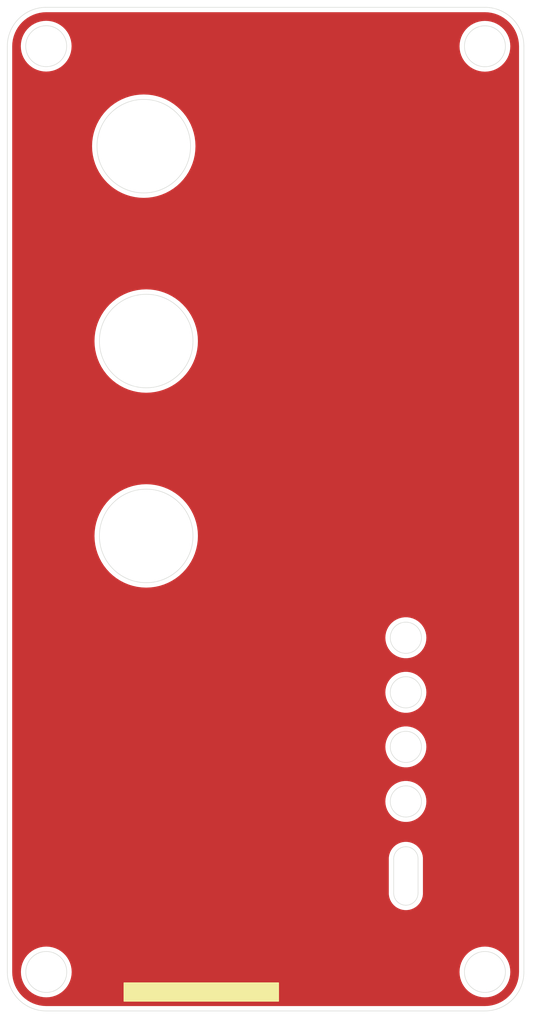
<source format=kicad_pcb>
(kicad_pcb
	(version 20240108)
	(generator "pcbnew")
	(generator_version "8.0")
	(general
		(thickness 1.6)
		(legacy_teardrops no)
	)
	(paper "A4")
	(layers
		(0 "F.Cu" signal)
		(31 "B.Cu" signal)
		(32 "B.Adhes" user "B.Adhesive")
		(33 "F.Adhes" user "F.Adhesive")
		(34 "B.Paste" user)
		(35 "F.Paste" user)
		(36 "B.SilkS" user "B.Silkscreen")
		(37 "F.SilkS" user "F.Silkscreen")
		(38 "B.Mask" user)
		(39 "F.Mask" user)
		(40 "Dwgs.User" user "User.Drawings")
		(41 "Cmts.User" user "User.Comments")
		(42 "Eco1.User" user "User.Eco1")
		(43 "Eco2.User" user "User.Eco2")
		(44 "Edge.Cuts" user)
		(45 "Margin" user)
		(46 "B.CrtYd" user "B.Courtyard")
		(47 "F.CrtYd" user "F.Courtyard")
		(48 "B.Fab" user)
		(49 "F.Fab" user)
		(50 "User.1" user)
		(51 "User.2" user)
		(52 "User.3" user)
		(53 "User.4" user)
		(54 "User.5" user)
		(55 "User.6" user)
		(56 "User.7" user)
		(57 "User.8" user)
		(58 "User.9" user)
	)
	(setup
		(pad_to_mask_clearance 0)
		(allow_soldermask_bridges_in_footprints no)
		(pcbplotparams
			(layerselection 0x00010fc_ffffffff)
			(plot_on_all_layers_selection 0x0000000_00000000)
			(disableapertmacros no)
			(usegerberextensions no)
			(usegerberattributes yes)
			(usegerberadvancedattributes yes)
			(creategerberjobfile yes)
			(dashed_line_dash_ratio 12.000000)
			(dashed_line_gap_ratio 3.000000)
			(svgprecision 4)
			(plotframeref no)
			(viasonmask no)
			(mode 1)
			(useauxorigin no)
			(hpglpennumber 1)
			(hpglpenspeed 20)
			(hpglpendiameter 15.000000)
			(pdf_front_fp_property_popups yes)
			(pdf_back_fp_property_popups yes)
			(dxfpolygonmode yes)
			(dxfimperialunits yes)
			(dxfusepcbnewfont yes)
			(psnegative no)
			(psa4output no)
			(plotreference yes)
			(plotvalue yes)
			(plotfptext yes)
			(plotinvisibletext no)
			(sketchpadsonfab no)
			(subtractmaskfromsilk no)
			(outputformat 1)
			(mirror no)
			(drillshape 0)
			(scaleselection 1)
			(outputdirectory "Gerbs/")
		)
	)
	(net 0 "")
	(footprint "LOGO" (layer "F.Cu") (at 137.668 144.018))
	(footprint "LOGO" (layer "F.Cu") (at 129.794 144.526))
	(gr_rect
		(start 109.728 144.871)
		(end 125.573 146.746)
		(stroke
			(width 0.1)
			(type solid)
		)
		(fill solid)
		(layer "F.SilkS")
		(uuid "7fbc894b-ea83-4c59-8181-a418b49d8140")
	)
	(gr_line
		(start 144.875 141.75)
		(end 103.625 141.75)
		(stroke
			(width 0.2)
			(type default)
		)
		(layer "F.Mask")
		(uuid "248d575c-b7cb-42f8-a867-0b8d84523a3c")
	)
	(gr_line
		(start 141.732 145.542)
		(end 136.652 145.542)
		(stroke
			(width 0.1)
			(type default)
		)
		(layer "F.Mask")
		(uuid "3ddb2a21-01fd-487e-af17-1ef8c1c45204")
	)
	(gr_line
		(start 126.492 142.621)
		(end 126.492 146.431)
		(stroke
			(width 0.1)
			(type default)
		)
		(layer "F.Mask")
		(uuid "f7a8f65c-b9e8-4c40-bfbe-d74ea1d08f30")
	)
	(gr_arc
		(start 138.64 136.9)
		(mid 137.756117 136.533883)
		(end 137.39 135.65)
		(stroke
			(width 0.05)
			(type default)
		)
		(layer "Edge.Cuts")
		(uuid "0018a6c1-8d20-4c72-bbb8-0ad254ecfff7")
	)
	(gr_circle
		(center 138.64 120.65)
		(end 140.24 120.65)
		(stroke
			(width 0.05)
			(type default)
		)
		(fill none)
		(layer "Edge.Cuts")
		(uuid "0425a34f-2c23-46f0-8c34-6f7f245c6753")
	)
	(gr_circle
		(center 112 79)
		(end 116.8 79)
		(stroke
			(width 0.05)
			(type default)
		)
		(fill none)
		(layer "Edge.Cuts")
		(uuid "08fddc45-44f3-4654-be75-d32942da1a02")
	)
	(gr_arc
		(start 138.64 130.9)
		(mid 139.523883 131.266117)
		(end 139.89 132.15)
		(stroke
			(width 0.05)
			(type default)
		)
		(layer "Edge.Cuts")
		(uuid "0a048263-3f4d-4e89-8e60-6dce5eb2643a")
	)
	(gr_line
		(start 137.39 135.65)
		(end 137.39 132.15)
		(stroke
			(width 0.05)
			(type default)
		)
		(layer "Edge.Cuts")
		(uuid "0a11a9b9-ae5a-43de-a862-e50803a90fd5")
	)
	(gr_arc
		(start 101.75 147.75)
		(mid 98.921573 146.578427)
		(end 97.75 143.75)
		(stroke
			(width 0.05)
			(type default)
		)
		(layer "Edge.Cuts")
		(uuid "141d4670-c976-48e6-82a4-f8cac7b62426")
	)
	(gr_circle
		(center 111.75 59)
		(end 116.55 59)
		(stroke
			(width 0.05)
			(type default)
		)
		(fill none)
		(layer "Edge.Cuts")
		(uuid "2a312018-f843-4f22-b118-aadd4a9e7f36")
	)
	(gr_line
		(start 101.75 44.75)
		(end 146.75 44.75)
		(stroke
			(width 0.05)
			(type default)
		)
		(layer "Edge.Cuts")
		(uuid "2e103d76-4a11-48e5-84ad-e6a7f0179721")
	)
	(gr_circle
		(center 138.64 126.25)
		(end 140.24 126.25)
		(stroke
			(width 0.05)
			(type default)
		)
		(fill none)
		(layer "Edge.Cuts")
		(uuid "2e664c3d-28a4-4964-a145-9ca7d54f28e4")
	)
	(gr_line
		(start 139.89 132.15)
		(end 139.89 135.65)
		(stroke
			(width 0.05)
			(type default)
		)
		(layer "Edge.Cuts")
		(uuid "37ca2b1a-b7d1-4d49-9627-c353e5c46303")
	)
	(gr_line
		(start 146.75 147.75)
		(end 101.75 147.75)
		(stroke
			(width 0.05)
			(type default)
		)
		(layer "Edge.Cuts")
		(uuid "4b37e027-da29-412e-a574-8923497a6943")
	)
	(gr_arc
		(start 137.39 132.15)
		(mid 137.756117 131.266117)
		(end 138.64 130.9)
		(stroke
			(width 0.05)
			(type default)
		)
		(layer "Edge.Cuts")
		(uuid "7cc8850c-ab3f-415a-8099-2244f94e65de")
	)
	(gr_arc
		(start 150.75 143.75)
		(mid 149.578427 146.578427)
		(end 146.75 147.75)
		(stroke
			(width 0.05)
			(type default)
		)
		(layer "Edge.Cuts")
		(uuid "89a28356-f913-4040-a536-f8d89d6b4262")
	)
	(gr_circle
		(center 146.75 143.75)
		(end 148.85 143.75)
		(stroke
			(width 0.05)
			(type default)
		)
		(fill none)
		(layer "Edge.Cuts")
		(uuid "92e43ac0-b34d-47ae-99a6-b3e5e7f61417")
	)
	(gr_circle
		(center 146.75 48.75)
		(end 148.85 48.75)
		(stroke
			(width 0.05)
			(type default)
		)
		(fill none)
		(layer "Edge.Cuts")
		(uuid "94cd6400-1f7b-45fa-98e8-840c8a9a758d")
	)
	(gr_line
		(start 150.75 48.75)
		(end 150.75 143.75)
		(stroke
			(width 0.05)
			(type default)
		)
		(layer "Edge.Cuts")
		(uuid "9c098b7c-5cd0-4a7e-ab91-b23b3fdebe41")
	)
	(gr_circle
		(center 138.64 115.05)
		(end 140.24 115.05)
		(stroke
			(width 0.05)
			(type default)
		)
		(fill none)
		(layer "Edge.Cuts")
		(uuid "afd15153-4634-4fdc-bf10-b4392c9e7433")
	)
	(gr_arc
		(start 146.75 44.75)
		(mid 149.578427 45.921573)
		(end 150.75 48.75)
		(stroke
			(width 0.05)
			(type default)
		)
		(layer "Edge.Cuts")
		(uuid "c2cdf4fd-a1de-4adb-ae56-fe1f5ac5567e")
	)
	(gr_circle
		(center 101.75 143.75)
		(end 103.85 143.75)
		(stroke
			(width 0.05)
			(type default)
		)
		(fill none)
		(layer "Edge.Cuts")
		(uuid "c93650fa-f9a7-489c-a7e1-9e1f91be636b")
	)
	(gr_circle
		(center 101.74 48.74)
		(end 103.84 48.74)
		(stroke
			(width 0.05)
			(type default)
		)
		(fill none)
		(layer "Edge.Cuts")
		(uuid "dadf2eea-9de5-4112-a4e8-8b1b02821fde")
	)
	(gr_circle
		(center 112 99)
		(end 116.8 99)
		(stroke
			(width 0.05)
			(type default)
		)
		(fill none)
		(layer "Edge.Cuts")
		(uuid "f07264b8-f3d5-4005-b5e5-9014f0b76e54")
	)
	(gr_arc
		(start 139.89 135.65)
		(mid 139.523883 136.533883)
		(end 138.64 136.9)
		(stroke
			(width 0.05)
			(type default)
		)
		(layer "Edge.Cuts")
		(uuid "f74f36ad-a698-4f0c-b629-9f2969821e00")
	)
	(gr_line
		(start 97.75 143.75)
		(end 97.75 48.75)
		(stroke
			(width 0.05)
			(type default)
		)
		(layer "Edge.Cuts")
		(uuid "f9433e62-83a6-4930-9b69-9b5f175bdb86")
	)
	(gr_arc
		(start 97.75 48.75)
		(mid 98.921573 45.921573)
		(end 101.75 44.75)
		(stroke
			(width 0.05)
			(type default)
		)
		(layer "Edge.Cuts")
		(uuid "fc2957ea-1750-4efa-82b3-fb8d019f0030")
	)
	(gr_circle
		(center 138.64 109.45)
		(end 140.24 109.45)
		(stroke
			(width 0.05)
			(type default)
		)
		(fill none)
		(layer "Edge.Cuts")
		(uuid "fc36ae65-d159-4e61-bbec-66e57e0868a2")
	)
	(gr_circle
		(center 141.14 133.9)
		(end 141.28 133.9)
		(stroke
			(width 0.1)
			(type default)
		)
		(fill none)
		(layer "User.4")
		(uuid "4910f88b-e2b8-4cfa-afe6-46fcd03aa1d8")
	)
	(gr_line
		(start 141.14 50)
		(end 141.14 145)
		(stroke
			(width 0.1)
			(type default)
		)
		(layer "User.4")
		(uuid "632fbaca-4cd9-4e4c-83fa-e66796467ab0")
	)
	(gr_circle
		(center 141.14 135)
		(end 141.64 135)
		(stroke
			(width 0.1)
			(type default)
		)
		(fill none)
		(layer "User.4")
		(uuid "7ba951cb-fffe-4a80-b269-1f14343dd516")
	)
	(gr_circle
		(center 141.24 140.75)
		(end 141.49 140.75)
		(stroke
			(width 0.1)
			(type default)
		)
		(fill none)
		(layer "User.4")
		(uuid "7e5c8e9f-5f2f-4ccf-ba05-5c8142a31ed9")
	)
	(gr_line
		(start 142.74 50)
		(end 142.74 145)
		(stroke
			(width 0.1)
			(type default)
		)
		(layer "User.4")
		(uuid "99eb69c5-d9ad-49a5-8ab4-ed5dc9b50be6")
	)
	(gr_circle
		(center 141.14 133.25)
		(end 141.64 133.25)
		(stroke
			(width 0.1)
			(type default)
		)
		(fill none)
		(layer "User.4")
		(uuid "c2274bc2-aad1-42bc-be5d-778660df0cbb")
	)
	(gr_circle
		(center 141.24 141.75)
		(end 141.49 141.75)
		(stroke
			(width 0.1)
			(type default)
		)
		(fill none)
		(layer "User.4")
		(uuid "d42eca6a-bbd3-44ea-94ee-596c5139fa9b")
	)
	(gr_circle
		(center 139.64 142.75)
		(end 139.89 142.75)
		(stroke
			(width 0.1)
			(type default)
		)
		(fill none)
		(layer "User.4")
		(uuid "eb785310-59be-4f0d-a1db-f2fe175e795f")
	)
	(gr_circle
		(center 139.64 143.5)
		(end 139.89 143.5)
		(stroke
			(width 0.1)
			(type default)
		)
		(fill none)
		(layer "User.4")
		(uuid "efe0446c-7be7-4493-90f9-6c53842f2c99")
	)
	(gr_text "SN:"
		(at 107.228 146.996 0)
		(layer "F.Mask")
		(uuid "2079037e-92aa-43bb-b4fa-8d380e132819")
		(effects
			(font
				(face "Roboto Black")
				(size 2 2)
				(thickness 0.3)
				(bold yes)
			)
			(justify bottom)
		)
		(render_cache "SN:" 0
			(polygon
				(pts
					(xy 106.136723 146.138205) (xy 106.113647 146.038368) (xy 106.071266 145.983355) (xy 105.984685 145.927349)
					(xy 105.886435 145.884711) (xy 105.78599 145.849021) (xy 105.692972 145.816333) (xy 105.594908 145.77743)
					(xy 105.505637 145.736878) (xy 105.415718 145.689286) (xy 105.328764 145.632528) (xy 105.248762 145.563814)
					(xy 105.185153 145.488519) (xy 105.136335 145.396058) (xy 105.111378 145.299474) (xy 105.105041 145.212036)
					(xy 105.115373 145.105647) (xy 105.146368 145.009169) (xy 105.198026 144.922602) (xy 105.270348 144.845946)
					(xy 105.320952 144.806593) (xy 105.406068 144.75513) (xy 105.499119 144.714315) (xy 105.600104 144.684147)
					(xy 105.709023 144.664627) (xy 105.825876 144.655754) (xy 105.86659 144.655162) (xy 105.965229 144.659217)
					(xy 106.076009 144.674787) (xy 106.178511 144.702036) (xy 106.272735 144.740962) (xy 106.358682 144.791566)
					(xy 106.398551 144.821247) (xy 106.479254 144.899262) (xy 106.540136 144.987983) (xy 106.581195 145.087409)
					(xy 106.602433 145.197542) (xy 106.605669 145.265281) (xy 106.136723 145.265281) (xy 106.119137 145.163431)
					(xy 106.066381 145.08161) (xy 105.978453 145.027388) (xy 105.880396 145.00995) (xy 105.854378 145.009314)
					(xy 105.752866 145.019069) (xy 105.658695 145.057858) (xy 105.644818 145.068421) (xy 105.585677 145.146704)
					(xy 105.573987 145.209593) (xy 105.608085 145.305179) (xy 105.670707 145.35907) (xy 105.761944 145.407237)
					(xy 105.858286 145.446356) (xy 105.939374 145.473864) (xy 106.034963 145.506715) (xy 106.140476 145.549442)
					(xy 106.23596 145.595776) (xy 106.321414 145.645716) (xy 106.408435 145.708538) (xy 106.430791 145.727388)
					(xy 106.498932 145.798551) (xy 106.556314 145.891386) (xy 106.591836 145.996495) (xy 106.604986 146.098532)
					(xy 106.605669 146.129412) (xy 106.596085 146.241017) (xy 106.567334 146.340747) (xy 106.519416 146.428603)
					(xy 106.45233 146.504584) (xy 106.40539 146.542671) (xy 106.311457 146.599011) (xy 106.220896 146.636288)
					(xy 106.121062 146.663399) (xy 106.011954 146.680344) (xy 105.913947 146.686698) (xy 105.87294 146.687263)
					(xy 105.771885 146.682958) (xy 105.672417 146.670043) (xy 105.574537 146.64852) (xy 105.478244 146.618386)
					(xy 105.387233 146.578819) (xy 105.294991 146.522628) (xy 105.21349 146.454072) (xy 105.165125 146.401498)
					(xy 105.105855 146.311755) (xy 105.069455 146.220629) (xy 105.048382 146.118818) (xy 105.042515 146.020968)
					(xy 105.511461 146.020968) (xy 105.52062 146.120125) (xy 105.555791 146.211533) (xy 105.60525 146.264722)
					(xy 105.695072 146.309001) (xy 105.79173 146.328836) (xy 105.873917 146.33311) (xy 105.974766 146.323678)
					(xy 106.067232 146.282878) (xy 106.075174 146.275958) (xy 106.12945 146.190847)
				)
			)
			(polygon
				(pts
					(xy 108.514671 144.686425) (xy 108.514671 146.656) (xy 108.045725 146.656) (xy 107.326674 145.430389)
					(xy 107.326674 146.656) (xy 106.857728 146.656) (xy 106.857728 144.686425) (xy 107.326674 144.686425)
					(xy 108.045725 145.912036) (xy 108.045725 144.686425)
				)
			)
			(polygon
				(pts
					(xy 108.823394 146.421526) (xy 108.842971 146.324746) (xy 108.892759 146.254464) (xy 108.978316 146.201865)
					(xy 109.073499 146.187053) (xy 109.174615 146.203906) (xy 109.254238 146.254464) (xy 109.310326 146.340503)
					(xy 109.323603 146.421526) (xy 109.304027 146.518307) (xy 109.254238 146.588588) (xy 109.168925 146.641188)
					(xy 109.073499 146.656) (xy 108.972626 146.639147) (xy 108.892759 146.588588) (xy 108.836671 146.50255)
				)
			)
			(polygon
				(pts
					(xy 108.823394 145.327318) (xy 108.842971 145.230295) (xy 108.892759 145.160256) (xy 108.978316 145.107657)
					(xy 109.073499 145.092845) (xy 109.174615 145.109698) (xy 109.254238 145.160256) (xy 109.310326 145.246054)
					(xy 109.323603 145.327318) (xy 109.304027 145.424099) (xy 109.254238 145.494381) (xy 109.168925 145.54698)
					(xy 109.073499 145.561792) (xy 108.972626 145.544939) (xy 108.892759 145.494381) (xy 108.836671 145.408342)
				)
			)
		)
	)
	(gr_text "10V"
		(at 119.888 62.280748 0)
		(layer "F.Mask")
		(uuid "2bf716a7-4540-467d-b21f-fc95890f817f")
		(effects
			(font
				(face "Roboto Black")
				(size 6 6)
				(thickness 0.3)
				(bold yes)
			)
			(justify left bottom)
		)
		(render_cache "10V" 0
			(polygon
				(pts
					(xy 123.328893 55.352025) (xy 123.328893 61.260748) (xy 121.951363 61.260748) (xy 121.951363 56.893685)
					(xy 120.591419 57.287893) (xy 120.591419 56.248884) (xy 123.202863 55.352025)
				)
			)
			(polygon
				(pts
					(xy 127.519945 55.249048) (xy 127.826129 55.313808) (xy 128.108922 55.421743) (xy 128.368325 55.572851)
					(xy 128.604338 55.767132) (xy 128.677811 55.841487) (xy 128.874033 56.095549) (xy 129.029658 56.397216)
					(xy 129.128333 56.684969) (xy 129.198815 57.005781) (xy 129.241105 57.359652) (xy 129.254637 57.666551)
					(xy 129.255201 57.746581) (xy 129.255201 58.835416) (xy 129.246225 59.147284) (xy 129.209761 59.507494)
					(xy 129.145246 59.834789) (xy 129.052682 60.129168) (xy 128.904579 60.438975) (xy 128.716085 60.701384)
					(xy 128.680742 60.74051) (xy 128.453968 60.949183) (xy 128.203392 61.114683) (xy 127.929014 61.237008)
					(xy 127.630834 61.31616) (xy 127.308851 61.352138) (xy 127.196234 61.354537) (xy 126.865665 61.33295)
					(xy 126.558691 61.268189) (xy 126.275314 61.160255) (xy 126.015534 61.009147) (xy 125.779349 60.814865)
					(xy 125.705864 60.74051) (xy 125.509642 60.486002) (xy 125.354017 60.184094) (xy 125.255342 59.896298)
					(xy 125.18486 59.575586) (xy 125.14257 59.221959) (xy 125.129038 58.915358) (xy 125.128474 58.835416)
					(xy 125.128474 57.746581) (xy 125.134526 57.535556) (xy 126.506004 57.535556) (xy 126.506004 59.003944)
					(xy 126.514839 59.30063) (xy 126.552166 59.619436) (xy 126.637457 59.913374) (xy 126.690651 60.012178)
					(xy 126.910836 60.222105) (xy 127.199165 60.29208) (xy 127.493277 60.214739) (xy 127.693024 60.01804)
					(xy 127.812576 59.723327) (xy 127.863066 59.400182) (xy 127.877491 59.081285) (xy 127.877672 59.037649)
					(xy 127.877672 57.569261) (xy 127.866039 57.23935) (xy 127.825145 56.932574) (xy 127.735179 56.650191)
					(xy 127.691558 56.57275) (xy 127.473572 56.360625) (xy 127.188907 56.289917) (xy 126.890221 56.368086)
					(xy 126.689186 56.566888) (xy 126.570583 56.859666) (xy 126.520494 57.17869) (xy 126.506183 57.492641)
					(xy 126.506004 57.535556) (xy 125.134526 57.535556) (xy 125.137427 57.434393) (xy 125.173799 57.073911)
					(xy 125.238149 56.746487) (xy 125.330477 56.452122) (xy 125.478202 56.142521) (xy 125.666215 55.880525)
					(xy 125.701468 55.841487) (xy 125.928396 55.632814) (xy 126.179436 55.467315) (xy 126.454587 55.344989)
					(xy 126.753849 55.265837) (xy 127.077223 55.229859) (xy 127.190372 55.227461)
				)
			)
			(polygon
				(pts
					(xy 135.188837 55.30513) (xy 133.175299 61.260748) (xy 131.604329 61.260748) (xy 129.602515 55.30513)
					(xy 131.205725 55.30513) (xy 132.391279 59.648745) (xy 133.576834 55.30513)
				)
			)
		)
	)
	(gr_text "GND"
		(at 119.888 102.280748 0)
		(layer "F.Mask")
		(uuid "45f11493-d58f-47b3-a617-da7d6edac9d0")
		(effects
			(font
				(face "Roboto Black")
				(size 6 6)
				(thickness 0.3)
				(bold yes)
			)
			(justify left bottom)
		)
		(render_cache "GND" 0
			(polygon
				(pts
					(xy 125.233987 98.071913) (xy 125.233987 100.567586) (xy 124.988985 100.770077) (xy 124.719879 100.932422)
					(xy 124.454105 101.06642) (xy 124.417727 101.083427) (xy 124.143531 101.189065) (xy 123.833851 101.268756)
					(xy 123.54017 101.316412) (xy 123.22042 101.345006) (xy 122.874601 101.354537) (xy 122.516866 101.33629)
					(xy 122.181886 101.28155) (xy 121.869661 101.190317) (xy 121.58019 101.06259) (xy 121.313474 100.89837)
					(xy 121.069513 100.697657) (xy 120.9783 100.607154) (xy 120.772277 100.358069) (xy 120.601173 100.077929)
					(xy 120.464989 99.766734) (xy 120.363724 99.424484) (xy 120.307853 99.128324) (xy 120.274331 98.812289)
					(xy 120.263157 98.476379) (xy 120.263157 98.145186) (xy 120.274285 97.809207) (xy 120.30767 97.492966)
					(xy 120.363311 97.196463) (xy 120.464162 96.85359) (xy 120.599788 96.541558) (xy 120.77019 96.260366)
					(xy 120.975369 96.010015) (xy 121.208017 95.793438) (xy 121.459914 95.613569) (xy 121.731059 95.470407)
					(xy 122.021453 95.363954) (xy 122.331095 95.294209) (xy 122.659986 95.261172) (xy 122.796932 95.258235)
					(xy 123.093137 95.266936) (xy 123.434028 95.302285) (xy 123.742289 95.364824) (xy 124.069132 95.475764)
					(xy 124.348988 95.625859) (xy 124.581859 95.815109) (xy 124.803692 96.073247) (xy 124.980646 96.361679)
					(xy 125.0966 96.633017) (xy 125.179582 96.926612) (xy 125.229591 97.242464) (xy 123.879905 97.242464)
					(xy 123.809288 96.93987) (xy 123.670642 96.65821) (xy 123.592675 96.561027) (xy 123.347159 96.396735)
					(xy 123.054114 96.329141) (xy 122.878997 96.320692) (xy 122.580439 96.364054) (xy 122.298638 96.511921)
					(xy 122.08483 96.737407) (xy 122.065669 96.764725) (xy 121.919738 97.050661) (xy 121.830117 97.365551)
					(xy 121.782652 97.687963) (xy 121.764964 97.999144) (xy 121.763785 98.110015) (xy 121.763785 98.47931)
					(xy 121.774758 98.803508) (xy 121.80768 99.095764) (xy 121.873827 99.396357) (xy 121.986003 99.686655)
					(xy 122.075927 99.839254) (xy 122.275966 100.05815) (xy 122.555605 100.217346) (xy 122.858916 100.285005)
					(xy 123.009423 100.29208) (xy 123.324153 100.267465) (xy 123.608205 100.183528) (xy 123.827148 100.040022)
					(xy 123.827148 99.103595) (xy 122.843826 99.103595) (xy 122.843826 98.071913)
				)
			)
			(polygon
				(pts
					(xy 131.048921 95.352025) (xy 131.048921 101.260748) (xy 129.642082 101.260748) (xy 127.484929 97.583916)
					(xy 127.484929 101.260748) (xy 126.07809 101.260748) (xy 126.07809 95.352025) (xy 127.484929 95.352025)
					(xy 129.642082 99.028856) (xy 129.642082 95.352025)
				)
			)
			(polygon
				(pts
					(xy 134.191748 95.364647) (xy 134.521864 95.41128) (xy 134.834448 95.492273) (xy 135.129502 95.607628)
					(xy 135.329521 95.711062) (xy 135.590313 95.881604) (xy 135.82516 96.079074) (xy 136.034061 96.303473)
					(xy 136.217015 96.554798) (xy 136.309912 96.710503) (xy 136.448097 96.999506) (xy 136.552342 97.307442)
					(xy 136.622646 97.634312) (xy 136.655894 97.929556) (xy 136.664552 98.186219) (xy 136.664552 98.433881)
					(xy 136.652531 98.738513) (xy 136.603694 99.09921) (xy 136.517291 99.437582) (xy 136.393321 99.753628)
					(xy 136.231784 100.047349) (xy 136.032681 100.318745) (xy 135.895187 100.470866) (xy 135.64417 100.69842)
					(xy 135.371973 100.887405) (xy 135.078596 101.037822) (xy 134.764038 101.14967) (xy 134.428299 101.22295)
					(xy 134.07138 101.257662) (xy 133.922682 101.260748) (xy 131.97509 101.260748) (xy 131.97509 100.198291)
					(xy 133.381928 100.198291) (xy 133.905096 100.198291) (xy 134.200134 100.173997) (xy 134.513612 100.0753)
					(xy 134.765623 99.900683) (xy 134.956168 99.650146) (xy 135.085247 99.323688) (xy 135.144255 99.007859)
					(xy 135.163924 98.643441) (xy 135.163924 98.186219) (xy 135.15295 97.880851) (xy 135.104178 97.520417)
					(xy 135.016388 97.213381) (xy 134.851782 96.904676) (xy 134.62621 96.679405) (xy 134.339673 96.537568)
					(xy 133.992171 96.479164) (xy 133.915355 96.477496) (xy 133.381928 96.477496) (xy 133.381928 100.198291)
					(xy 131.97509 100.198291) (xy 131.97509 95.352025) (xy 133.894838 95.352025)
				)
			)
		)
	)
	(gr_text "HEATER ON"
		(at 124.665981 133.545187 0)
		(layer "F.Mask")
		(uuid "4ac7641c-f9de-4ecf-baaa-83d170327401")
		(effects
			(font
				(face "Roboto Black")
				(size 1.5 1.5)
				(thickness 0.3)
				(bold yes)
			)
			(justify left bottom)
		)
		(render_cache "HEATER ON" 0
			(polygon
				(pts
					(xy 125.674215 133.290187) (xy 125.674215 132.664803) (xy 125.134927 132.664803) (xy 125.134927 133.290187)
					(xy 124.783217 133.290187) (xy 124.783217 131.813006) (xy 125.134927 131.813006) (xy 125.134927 132.399189)
					(xy 125.674215 132.399189) (xy 125.674215 131.813006) (xy 126.025925 131.813006) (xy 126.025925 133.290187)
				)
			)
			(polygon
				(pts
					(xy 126.258932 133.290187) (xy 126.258932 131.805312) (xy 127.290614 131.805312) (xy 127.290614 132.070926)
					(xy 126.610642 132.070926) (xy 126.610642 132.391495) (xy 127.185101 132.391495) (xy 127.185101 132.657109)
					(xy 126.610642 132.657109) (xy 126.610642 133.024572) (xy 127.290614 133.024572) (xy 127.290614 133.290187)
				)
			)
			(polygon
				(pts
					(xy 128.750942 133.290187) (xy 128.363329 133.290187) (xy 128.277233 133.008819) (xy 127.784107 133.008819)
					(xy 127.698011 133.290187) (xy 127.311497 133.290187) (xy 127.512981 132.743205) (xy 127.870202 132.743205)
					(xy 128.191138 132.743205) (xy 128.030304 132.220036) (xy 127.870202 132.743205) (xy 127.512981 132.743205)
					(xy 127.859944 131.801282) (xy 128.199564 131.801282)
				)
			)
			(polygon
				(pts
					(xy 128.669609 132.070926) (xy 128.669609 131.805312) (xy 129.912317 131.805312) (xy 129.912317 132.070926)
					(xy 129.466818 132.070926) (xy 129.466818 133.278463) (xy 129.115108 133.278463) (xy 129.115108 132.070926)
				)
			)
			(polygon
				(pts
					(xy 130.064724 133.290187) (xy 130.064724 131.805312) (xy 131.096406 131.805312) (xy 131.096406 132.070926)
					(xy 130.416434 132.070926) (xy 130.416434 132.391495) (xy 130.990893 132.391495) (xy 130.990893 132.657109)
					(xy 130.416434 132.657109) (xy 130.416434 133.024572) (xy 131.096406 133.024572) (xy 131.096406 133.290187)
				)
			)
			(polygon
				(pts
					(xy 131.902039 131.815823) (xy 131.974938 131.824276) (xy 132.055639 131.841857) (xy 132.128948 131.867553)
					(xy 132.194864 131.901363) (xy 132.2347 131.928411) (xy 132.294228 131.983771) (xy 132.339135 132.049195)
					(xy 132.369421 132.124681) (xy 132.383744 132.197393) (xy 132.387474 132.263634) (xy 132.383123 132.345264)
					(xy 132.370072 132.417598) (xy 132.344988 132.487862) (xy 132.317865 132.534377) (xy 132.269887 132.591593)
					(xy 132.212964 132.640508) (xy 132.147097 132.681123) (xy 132.132851 132.68825) (xy 132.437666 133.294583)
					(xy 132.059944 133.294583) (xy 131.789934 132.774346) (xy 131.590265 132.774346) (xy 131.590265 133.30191)
					(xy 131.238556 133.30191) (xy 131.238556 132.508732) (xy 131.590265 132.508732) (xy 131.824372 132.508732)
					(xy 131.906741 132.498423) (xy 131.976104 132.461398) (xy 132.019043 132.397444) (xy 132.034938 132.319396)
					(xy 132.035764 132.293309) (xy 132.028564 132.220348) (xy 131.996565 132.146549) (xy 131.938965 132.099586)
					(xy 131.867566 132.080507) (xy 131.830967 132.07862) (xy 131.590265 132.07862) (xy 131.590265 132.508732)
					(xy 131.238556 132.508732) (xy 131.238556 131.813006) (xy 131.824006 131.813006)
				)
			)
			(polygon
				(pts
					(xy 133.825358 131.794344) (xy 133.90778 131.8087) (xy 133.985156 131.832626) (xy 134.057488 131.866123)
					(xy 134.124775 131.90919) (xy 134.187018 131.961828) (xy 134.210502 131.985563) (xy 134.263697 132.050348)
					(xy 134.307875 132.122199) (xy 134.343038 132.201115) (xy 134.369184 132.287098) (xy 134.38361 132.360972)
					(xy 134.392265 132.439368) (xy 134.39515 132.522287) (xy 134.39515 132.582004) (xy 134.392276 132.664831)
					(xy 134.383655 132.743136) (xy 134.369287 132.816918) (xy 134.343244 132.902787) (xy 134.308222 132.981589)
					(xy 134.264218 133.053325) (xy 134.211235 133.117995) (xy 134.151345 133.174356) (xy 134.086392 133.221164)
					(xy 134.016377 133.258419) (xy 133.941299 133.286122) (xy 133.861159 133.304272) (xy 133.775956 133.31287)
					(xy 133.740457 133.313634) (xy 133.652367 133.308857) (xy 133.569447 133.294528) (xy 133.491696 133.270647)
					(xy 133.419116 133.237213) (xy 133.351705 133.194226) (xy 133.289464 133.141686) (xy 133.266015 133.117995)
					(xy 133.213032 133.053325) (xy 133.169029 132.981589) (xy 133.134006 132.902787) (xy 133.107964 132.816918)
					(xy 133.093595 132.743136) (xy 133.084974 132.664831) (xy 133.082101 132.582004) (xy 133.082101 132.522287)
					(xy 133.083795 132.473194) (xy 133.457258 132.473194) (xy 133.457258 132.589698) (xy 133.459756 132.668949)
					(xy 133.468988 132.752324) (xy 133.485021 132.825917) (xy 133.511674 132.898045) (xy 133.528332 132.929318)
					(xy 133.579552 132.991914) (xy 133.644367 133.031327) (xy 133.722777 133.047556) (xy 133.740091 133.04802)
					(xy 133.817922 133.036607) (xy 133.883803 133.002367) (xy 133.937734 132.945302) (xy 133.947087 132.93115)
					(xy 133.982329 132.857263) (xy 134.003974 132.778255) (xy 134.015436 132.698829) (xy 134.019708 132.623103)
					(xy 134.019993 132.596293) (xy 134.019993 132.52705) (xy 134.017443 132.445837) (xy 134.009792 132.372558)
					(xy 133.99442 132.297095) (xy 133.968351 132.224074) (xy 133.947453 132.185598) (xy 133.895081 132.125127)
					(xy 133.828184 132.087052) (xy 133.755557 132.071934) (xy 133.728733 132.070926) (xy 133.650525 132.080747)
					(xy 133.574172 132.11846) (xy 133.516908 132.184457) (xy 133.483769 132.261061) (xy 133.466802 132.336486)
					(xy 133.458318 132.424482) (xy 133.457258 132.473194) (xy 133.083795 132.473194) (xy 133.084963 132.439368)
					(xy 133.093549 132.360972) (xy 133.107861 132.287098) (xy 133.133799 132.201115) (xy 133.168683 132.122199)
					(xy 133.21251 132.050348) (xy 133.265283 131.985563) (xy 133.325121 131.929097) (xy 133.390147 131.882201)
					(xy 133.460361 131.844876) (xy 133.535763 131.817122) (xy 133.616352 131.798938) (xy 133.702129 131.790324)
					(xy 133.737893 131.789558)
				)
			)
			(polygon
				(pts
					(xy 135.82104 131.813006) (xy 135.82104 133.290187) (xy 135.46933 133.290187) (xy 134.930042 132.370979)
					(xy 134.930042 133.290187) (xy 134.578332 133.290187) (xy 134.578332 131.813006) (xy 134.930042 131.813006)
					(xy 135.46933 132.732214) (xy 135.46933 131.813006)
				)
			)
		)
	)
	(gr_text "X7000II Voltage Reference"
		(at 115.415 144.018 0)
		(layer "F.Mask")
		(uuid "54382215-0ac7-4bb0-8c09-e80a4dab36a8")
		(effects
			(font
				(face "Roboto Black")
				(size 1.2 1.2)
				(thickness 0.25)
				(bold yes)
			)
			(justify bottom)
		)
		(render_cache "X7000II Voltage Reference" 0
			(polygon
				(pts
					(xy 105.542509 142.632255) (xy 105.737708 143.024997) (xy 105.9332 142.632255) (xy 106.261169 142.632255)
					(xy 105.928217 143.218145) (xy 106.270255 143.814) (xy 105.938769 143.814) (xy 105.737708 143.41393)
					(xy 105.53694 143.814) (xy 105.204575 143.814) (xy 105.547491 143.218145) (xy 105.21366 142.632255)
				)
			)
			(polygon
				(pts
					(xy 107.174442 142.6261) (xy 107.174442 142.773232) (xy 106.727478 143.814) (xy 106.434972 143.814)
					(xy 106.882816 142.838591) (xy 106.311581 142.838591) (xy 106.311581 142.6261)
				)
			)
			(polygon
				(pts
					(xy 107.800454 142.61166) (xy 107.861691 142.624612) (xy 107.91825 142.646199) (xy 107.97013 142.67642)
					(xy 108.017333 142.715276) (xy 108.032027 142.730147) (xy 108.071272 142.78096) (xy 108.102397 142.841293)
					(xy 108.122132 142.898844) (xy 108.136228 142.963006) (xy 108.144686 143.03378) (xy 108.147393 143.09516)
					(xy 108.147505 143.111166) (xy 108.147505 143.328933) (xy 108.14571 143.391307) (xy 108.138417 143.463349)
					(xy 108.125514 143.528808) (xy 108.107002 143.587684) (xy 108.077381 143.649645) (xy 108.039682 143.702127)
					(xy 108.032614 143.709952) (xy 107.987259 143.751687) (xy 107.937144 143.784787) (xy 107.882268 143.809252)
					(xy 107.822632 143.825082) (xy 107.758235 143.832278) (xy 107.735712 143.832757) (xy 107.669598 143.82844)
					(xy 107.608203 143.815488) (xy 107.551528 143.793901) (xy 107.499572 143.763679) (xy 107.452335 143.724823)
					(xy 107.437638 143.709952) (xy 107.398394 143.65905) (xy 107.367269 143.598669) (xy 107.347534 143.54111)
					(xy 107.333437 143.476967) (xy 107.324979 143.406242) (xy 107.322273 143.344922) (xy 107.32216 143.328933)
					(xy 107.32216 143.111166) (xy 107.323371 143.068961) (xy 107.597666 143.068961) (xy 107.597666 143.362639)
					(xy 107.599433 143.421976) (xy 107.606898 143.485737) (xy 107.623957 143.544525) (xy 107.634595 143.564286)
					(xy 107.678632 143.606271) (xy 107.736298 143.620266) (xy 107.795121 143.604798) (xy 107.83507 143.565458)
					(xy 107.85898 143.506515) (xy 107.869078 143.441886) (xy 107.871963 143.378107) (xy 107.871999 143.36938)
					(xy 107.871999 143.075702) (xy 107.869673 143.00972) (xy 107.861494 142.948365) (xy 107.843501 142.891888)
					(xy 107.834777 142.8764) (xy 107.79118 142.833975) (xy 107.734247 142.819833) (xy 107.674509 142.835467)
					(xy 107.634302 142.875228) (xy 107.610582 142.933783) (xy 107.600564 142.997588) (xy 107.597702 143.060378)
					(xy 107.597666 143.068961) (xy 107.323371 143.068961) (xy 107.323951 143.048729) (xy 107.331225 142.976632)
					(xy 107.344095 142.911147) (xy 107.362561 142.852274) (xy 107.392106 142.790354) (xy 107.429708 142.737955)
					(xy 107.436759 142.730147) (xy 107.482144 142.688413) (xy 107.532352 142.655313) (xy 107.587383 142.630848)
					(xy 107.647235 142.615017) (xy 107.71191 142.607822) (xy 107.73454 142.607342)
				)
			)
			(polygon
				(pts
					(xy 108.773518 142.61166) (xy 108.834754 142.624612) (xy 108.891313 142.646199) (xy 108.943194 142.67642)
					(xy 108.990396 142.715276) (xy 109.005091 142.730147) (xy 109.044335 142.78096) (xy 109.07546 142.841293)
					(xy 109.095195 142.898844) (xy 109.109292 142.963006) (xy 109.11775 143.03378) (xy 109.120456 143.09516)
					(xy 109.120569 143.111166) (xy 109.120569 143.328933) (xy 109.118774 143.391307) (xy 109.111481 143.463349)
					(xy 109.098578 143.528808) (xy 109.080065 143.587684) (xy 109.050445 143.649645) (xy 109.012746 143.702127)
					(xy 109.005677 143.709952) (xy 108.960322 143.751687) (xy 108.910207 143.784787) (xy 108.855331 143.809252)
					(xy 108.795695 143.825082) (xy 108.731299 143.832278) (xy 108.708775 143.832757) (xy 108.642662 143.82844)
					(xy 108.581267 143.815488) (xy 108.524592 143.793901) (xy 108.472635 143.763679) (xy 108.425398 143.724823)
					(xy 108.410702 143.709952) (xy 108.371457 143.65905) (xy 108.340332 143.598669) (xy 108.320597 143.54111)
					(xy 108.306501 143.476967) (xy 108.298043 143.406242) (xy 108.295336 143.344922) (xy 108.295223 143.328933)
					(xy 108.295223 143.111166) (xy 108.296434 143.068961) (xy 108.570729 143.068961) (xy 108.570729 143.362639)
					(xy 108.572497 143.421976) (xy 108.579962 143.485737) (xy 108.59702 143.544525) (xy 108.607659 143.564286)
					(xy 108.651696 143.606271) (xy 108.709362 143.620266) (xy 108.768184 143.604798) (xy 108.808133 143.565458)
					(xy 108.832044 143.506515) (xy 108.842142 143.441886) (xy 108.845027 143.378107) (xy 108.845063 143.36938)
					(xy 108.845063 143.075702) (xy 108.842737 143.00972) (xy 108.834558 142.948365) (xy 108.816564 142.891888)
					(xy 108.80784 142.8764) (xy 108.764243 142.833975) (xy 108.70731 142.819833) (xy 108.647573 142.835467)
					(xy 108.607366 142.875228) (xy 108.583645 142.933783) (xy 108.573627 142.997588) (xy 108.570765 143.060378)
					(xy 108.570729 143.068961) (xy 108.296434 143.068961) (xy 108.297014 143.048729) (xy 108.304288 142.976632)
					(xy 108.317158 142.911147) (xy 108.335624 142.852274) (xy 108.365169 142.790354) (xy 108.402772 142.737955)
					(xy 108.409822 142.730147) (xy 108.455208 142.688413) (xy 108.505416 142.655313) (xy 108.560446 142.630848)
					(xy 108.620299 142.615017) (xy 108.684973 142.607822) (xy 108.707603 142.607342)
				)
			)
			(polygon
				(pts
					(xy 109.746581 142.61166) (xy 109.807818 142.624612) (xy 109.864377 142.646199) (xy 109.916257 142.67642)
					(xy 109.96346 142.715276) (xy 109.978154 142.730147) (xy 110.017399 142.78096) (xy 110.048524 142.841293)
					(xy 110.068259 142.898844) (xy 110.082355 142.963006) (xy 110.090813 143.03378) (xy 110.09352 143.09516)
					(xy 110.093632 143.111166) (xy 110.093632 143.328933) (xy 110.091837 143.391307) (xy 110.084544 143.463349)
					(xy 110.071641 143.528808) (xy 110.053129 143.587684) (xy 110.023508 143.649645) (xy 109.985809 143.702127)
					(xy 109.978741 143.709952) (xy 109.933386 143.751687) (xy 109.883271 143.784787) (xy 109.828395 143.809252)
					(xy 109.768759 143.825082) (xy 109.704362 143.832278) (xy 109.681839 143.832757) (xy 109.615725 143.82844)
					(xy 109.55433 143.815488) (xy 109.497655 143.793901) (xy 109.445699 143.763679) (xy 109.398462 143.724823)
					(xy 109.383765 143.709952) (xy 109.344521 143.65905) (xy 109.313396 143.598669) (xy 109.293661 143.54111)
					(xy 109.279564 143.476967) (xy 109.271106 143.406242) (xy 109.2684 143.344922) (xy 109.268287 143.328933)
					(xy 109.268287 143.111166) (xy 109.269498 143.068961) (xy 109.543793 143.068961) (xy 109.543793 143.362639)
					(xy 109.54556 143.421976) (xy 109.553025 143.485737) (xy 109.570084 143.544525) (xy 109.580722 143.564286)
					(xy 109.624759 143.606271) (xy 109.682425 143.620266) (xy 109.741248 143.604798) (xy 109.781197 143.565458)
					(xy 109.805107 143.506515) (xy 109.815205 143.441886) (xy 109.81809 143.378107) (xy 109.818126 143.36938)
					(xy 109.818126 143.075702) (xy 109.8158 143.00972) (xy 109.807621 142.948365) (xy 109.789628 142.891888)
					(xy 109.780904 142.8764) (xy 109.737307 142.833975) (xy 109.680374 142.819833) (xy 109.620636 142.835467)
					(xy 109.580429 142.875228) (xy 109.556709 142.933783) (xy 109.546691 142.997588) (xy 109.543829 143.060378)
					(xy 109.543793 143.068961) (xy 109.269498 143.068961) (xy 109.270078 143.048729) (xy 109.277352 142.976632)
					(xy 109.290222 142.911147) (xy 109.308688 142.852274) (xy 109.338233 142.790354) (xy 109.375835 142.737955)
					(xy 109.382886 142.730147) (xy 109.428271 142.688413) (xy 109.478479 142.655313) (xy 109.53351 142.630848)
					(xy 109.593362 142.615017) (xy 109.658037 142.607822) (xy 109.680667 142.607342)
				)
			)
			(polygon
				(pts
					(xy 110.560234 142.632255) (xy 110.560234 143.814) (xy 110.278866 143.814) (xy 110.278866 142.632255)
				)
			)
			(polygon
				(pts
					(xy 111.067868 142.632255) (xy 111.067868 143.814) (xy 110.786501 143.814) (xy 110.786501 142.632255)
				)
			)
			(polygon
				(pts
					(xy 112.71299 142.622876) (xy 112.310283 143.814) (xy 111.996089 143.814) (xy 111.595726 142.622876)
					(xy 111.916368 142.622876) (xy 112.153479 143.491599) (xy 112.39059 142.622876)
				)
			)
			(polygon
				(pts
					(xy 113.19998 142.916764) (xy 113.258028 142.926188) (xy 113.321302 142.945789) (xy 113.37761 142.974438)
					(xy 113.426952 143.012133) (xy 113.455977 143.04229) (xy 113.493429 143.092748) (xy 113.523132 143.147844)
					(xy 113.545086 143.207576) (xy 113.559292 143.271945) (xy 113.565749 143.340951) (xy 113.56618 143.364983)
					(xy 113.56618 143.381983) (xy 113.563489 143.441098) (xy 113.553158 143.507785) (xy 113.535077 143.569836)
					(xy 113.509249 143.62725) (xy 113.475672 143.680027) (xy 113.455977 143.704676) (xy 113.411268 143.748204)
					(xy 113.359573 143.782726) (xy 113.300892 143.808242) (xy 113.235224 143.824752) (xy 113.175165 143.831632)
					(xy 113.136801 143.832757) (xy 113.07433 143.829709) (xy 113.005636 143.818004) (xy 112.943785 143.797519)
					(xy 112.888775 143.768256) (xy 112.840608 143.730214) (xy 112.81909 143.7079) (xy 112.781738 143.658692)
					(xy 112.752114 143.604929) (xy 112.730218 143.546612) (xy 112.71605 143.48374) (xy 112.70961 143.416315)
					(xy 112.70918 143.392827) (xy 112.70918 143.381983) (xy 112.984686 143.381983) (xy 112.987777 143.441723)
					(xy 112.998318 143.500297) (xy 113.01634 143.55139) (xy 113.055457 143.598473) (xy 113.111773 143.618585)
					(xy 113.138559 143.620266) (xy 113.196495 143.610622) (xy 113.244396 143.57499) (xy 113.258434 143.551683)
					(xy 113.27808 143.49328) (xy 113.287525 143.433969) (xy 113.290642 143.372317) (xy 113.290674 143.364983)
					(xy 113.286899 143.300938) (xy 113.275574 143.243403) (xy 113.258727 143.196749) (xy 113.21981 143.148463)
					(xy 113.16358 143.127838) (xy 113.136801 143.126114) (xy 113.078865 143.135965) (xy 113.030964 143.172357)
					(xy 113.016926 143.196163) (xy 112.99728 143.255129) (xy 112.987835 143.314091) (xy 112.984718 143.374792)
					(xy 112.984686 143.381983) (xy 112.70918 143.381983) (xy 112.70918 143.364983) (xy 112.711856 143.305869)
					(xy 112.722133 143.239181) (xy 112.740117 143.17713) (xy 112.765808 143.119717) (xy 112.799207 143.06694)
					(xy 112.818796 143.04229) (xy 112.863475 142.998563) (xy 112.915077 142.963883) (xy 112.973604 142.93825)
					(xy 113.039055 142.921664) (xy 113.098886 142.914754) (xy 113.137094 142.913623)
				)
			)
			(polygon
				(pts
					(xy 113.984714 142.557224) (xy 113.984714 143.814) (xy 113.709208 143.814) (xy 113.709208 142.557224)
				)
			)
			(polygon
				(pts
					(xy 114.640066 143.80931) (xy 114.57965 143.824491) (xy 114.521048 143.831635) (xy 114.485607 143.832757)
					(xy 114.423124 143.828782) (xy 114.361807 143.814808) (xy 114.304826 143.787479) (xy 114.280736 143.769157)
					(xy 114.242715 143.721478) (xy 114.220535 143.665009) (xy 114.210396 143.604032) (xy 114.208636 143.560769)
					(xy 114.208636 143.119959) (xy 114.096089 143.119959) (xy 114.096089 142.932381) (xy 114.208636 142.932381)
					(xy 114.208636 142.716665) (xy 114.484142 142.716665) (xy 114.484142 142.932381) (xy 114.640066 142.932381)
					(xy 114.640066 143.119959) (xy 114.484142 143.119959) (xy 114.484142 143.529994) (xy 114.493984 143.588926)
					(xy 114.503193 143.602094) (xy 114.560607 143.619982) (xy 114.572655 143.620266) (xy 114.632858 143.616451)
					(xy 114.640066 143.615284)
				)
			)
			(polygon
				(pts
					(xy 115.169361 142.917437) (xy 115.231373 142.928882) (xy 115.288308 142.947956) (xy 115.34716 142.979097)
					(xy 115.367519 142.993344) (xy 115.413938 143.038205) (xy 115.447094 143.093068) (xy 115.465226 143.149278)
					(xy 115.473204 143.213145) (xy 115.473618 143.232799) (xy 115.473618 143.622025) (xy 115.47654 143.686131)
					(xy 115.486638 143.747245) (xy 115.508276 143.806527) (xy 115.510548 143.810775) (xy 115.236214 143.810775)
					(xy 115.214174 143.753905) (xy 115.211009 143.741313) (xy 115.162685 143.785517) (xy 115.104764 143.815254)
					(xy 115.045221 143.829543) (xy 114.995586 143.832757) (xy 114.935594 143.828068) (xy 114.873227 143.811581)
					(xy 114.816284 143.783225) (xy 114.781337 143.757726) (xy 114.737982 143.71202) (xy 114.708817 143.659312)
					(xy 114.69384 143.599603) (xy 114.691651 143.563406) (xy 114.692357 143.556079) (xy 114.967157 143.556079)
					(xy 114.985936 143.612493) (xy 114.993535 143.620559) (xy 115.047723 143.644578) (xy 115.059773 143.645179)
					(xy 115.11846 143.636249) (xy 115.147408 143.622318) (xy 115.191686 143.581492) (xy 115.198113 143.571027)
					(xy 115.198113 143.420085) (xy 115.10872 143.420085) (xy 115.048132 143.428107) (xy 114.997931 143.461997)
					(xy 114.972236 143.515242) (xy 114.967157 143.556079) (xy 114.692357 143.556079) (xy 114.697879 143.498761)
					(xy 114.716563 143.441407) (xy 114.747704 143.391343) (xy 114.791302 143.34857) (xy 114.848253 143.314205)
					(xy 114.909536 143.29219) (xy 114.97057 143.279303) (xy 115.039455 143.27194) (xy 115.102858 143.270022)
					(xy 115.198113 143.270022) (xy 115.198113 143.223127) (xy 115.189419 143.164188) (xy 115.150779 143.115608)
					(xy 115.088203 143.101201) (xy 115.029967 143.112561) (xy 114.990809 143.159877) (xy 114.985914 143.197335)
					(xy 114.710408 143.197335) (xy 114.718824 143.132258) (xy 114.744072 143.073533) (xy 114.780644 143.026666)
					(xy 114.816801 142.994809) (xy 114.866825 142.963175) (xy 114.923806 142.939311) (xy 114.987744 142.923216)
					(xy 115.048084 142.915605) (xy 115.102272 142.913623)
				)
			)
			(polygon
				(pts
					(xy 116.01342 142.913238) (xy 116.071525 142.930549) (xy 116.12761 142.963818) (xy 116.164435 142.999792)
					(xy 116.174107 142.923588) (xy 116.422062 142.923588) (xy 116.422062 143.770622) (xy 116.417704 143.836258)
					(xy 116.404628 143.896001) (xy 116.378355 143.958251) (xy 116.340218 144.01248) (xy 116.298085 144.052576)
					(xy 116.248852 144.086242) (xy 116.194138 144.112944) (xy 116.133942 144.132679) (xy 116.068264 144.145449)
					(xy 116.009346 144.15077) (xy 115.972167 144.151641) (xy 115.91053 144.147485) (xy 115.848131 144.135017)
					(xy 115.790743 144.11647) (xy 115.736705 144.091408) (xy 115.685725 144.056303) (xy 115.643611 144.013302)
					(xy 115.758796 143.855032) (xy 115.807398 143.895694) (xy 115.863186 143.923049) (xy 115.926162 143.937096)
					(xy 115.964254 143.93915) (xy 116.026208 143.933235) (xy 116.082287 143.911384) (xy 116.125015 143.866697)
					(xy 116.143708 143.810345) (xy 116.146556 143.770915) (xy 116.146556 143.731934) (xy 116.099086 143.77458)
					(xy 116.044382 143.803268) (xy 115.982445 143.818001) (xy 115.944909 143.820154) (xy 115.884435 143.815693)
					(xy 115.820211 143.79921) (xy 115.762804 143.770581) (xy 115.712212 143.729806) (xy 115.680248 143.693246)
					(xy 115.647478 143.643368) (xy 115.621488 143.588914) (xy 115.602278 143.529886) (xy 115.589848 143.466283)
					(xy 115.584198 143.398105) (xy 115.583821 143.374362) (xy 115.859327 143.374362) (xy 115.863076 143.433032)
					(xy 115.875862 143.490494) (xy 115.897722 143.540545) (xy 115.939259 143.586427) (xy 115.996168 143.606614)
					(xy 116.015251 143.607663) (xy 116.076031 143.599214) (xy 116.129438 143.567998) (xy 116.146556 143.547579)
					(xy 116.146556 143.180043) (xy 116.10223 143.13897) (xy 116.043689 143.121426) (xy 116.016717 143.119959)
					(xy 115.955793 143.132806) (xy 115.909455 143.171346) (xy 115.898894 143.187077) (xy 115.874783 143.244876)
					(xy 115.863191 143.304438) (xy 115.859365 143.366904) (xy 115.859327 143.374362) (xy 115.583821 143.374362)
					(xy 115.583821 143.35707) (xy 115.586196 143.296198) (xy 115.595319 143.228081) (xy 115.611283 143.165344)
					(xy 115.634089 143.107985) (xy 115.663737 143.056005) (xy 115.681127 143.032032) (xy 115.727135 142.983495)
					(xy 115.780015 142.946881) (xy 115.839767 142.922187) (xy 115.906391 142.909414) (xy 115.947547 142.907468)
				)
			)
			(polygon
				(pts
					(xy 117.070233 142.917724) (xy 117.132878 142.930027) (xy 117.189732 142.950532) (xy 117.248742 142.98482)
					(xy 117.299871 143.030273) (xy 117.336625 143.076912) (xy 117.365775 143.129343) (xy 117.387321 143.187564)
					(xy 117.401262 143.251575) (xy 117.407599 143.321378) (xy 117.408022 143.345933) (xy 117.408022 143.4576)
					(xy 116.85232 143.4576) (xy 116.871987 143.517306) (xy 116.908249 143.568079) (xy 116.917387 143.576595)
					(xy 116.971023 143.607941) (xy 117.032589 143.619882) (xy 117.047226 143.620266) (xy 117.110223 143.614423)
					(xy 117.172291 143.593879) (xy 117.22504 143.558544) (xy 117.255028 143.52677) (xy 117.380471 143.676247)
					(xy 117.338957 143.722278) (xy 117.29106 143.758733) (xy 117.248873 143.783811) (xy 117.194893 143.807472)
					(xy 117.134839 143.823389) (xy 117.076358 143.831037) (xy 117.029348 143.832757) (xy 116.963657 143.829659)
					(xy 116.902689 143.820364) (xy 116.835761 143.80103) (xy 116.775634 143.772773) (xy 116.722307 143.735593)
					(xy 116.690534 143.705849) (xy 116.649497 143.65651) (xy 116.61695 143.603894) (xy 116.592893 143.548002)
					(xy 116.577327 143.488833) (xy 116.570252 143.426387) (xy 116.56978 143.404844) (xy 116.56978 143.371431)
					(xy 116.572421 143.312238) (xy 116.575971 143.28878) (xy 116.85232 143.28878) (xy 117.132516 143.28878)
					(xy 117.132516 143.267384) (xy 117.123943 143.205578) (xy 117.089115 143.153154) (xy 117.034865 143.129563)
					(xy 116.995349 143.126114) (xy 116.934752 143.137618) (xy 116.89306 143.172129) (xy 116.865651 143.227969)
					(xy 116.85232 143.28878) (xy 116.575971 143.28878) (xy 116.58256 143.245248) (xy 116.600303 143.182669)
					(xy 116.625651 143.124499) (xy 116.658603 143.07074) (xy 116.677931 143.045514) (xy 116.722358 143.000691)
					(xy 116.774308 142.965143) (xy 116.833779 142.938867) (xy 116.900772 142.921866) (xy 116.962346 142.914782)
					(xy 117.001797 142.913623)
				)
			)
			(polygon
				(pts
					(xy 118.46989 142.634509) (xy 118.528209 142.641271) (xy 118.592771 142.655336) (xy 118.651418 142.675892)
					(xy 118.70415 142.70294) (xy 118.736019 142.724579) (xy 118.783642 142.768867) (xy 118.819567 142.821206)
					(xy 118.843796 142.881595) (xy 118.855254 142.939765) (xy 118.858238 142.992757) (xy 118.854758 143.058062)
					(xy 118.844316 143.115929) (xy 118.824249 143.17214) (xy 118.802551 143.209352) (xy 118.764168 143.255125)
					(xy 118.71863 143.294257) (xy 118.665937 143.326749) (xy 118.65454 143.33245) (xy 118.898392 143.817517)
					(xy 118.596214 143.817517) (xy 118.380206 143.401327) (xy 118.220471 143.401327) (xy 118.220471 143.823378)
					(xy 117.939103 143.823378) (xy 117.939103 143.188836) (xy 118.220471 143.188836) (xy 118.407757 143.188836)
					(xy 118.473652 143.180589) (xy 118.529142 143.150968) (xy 118.563493 143.099806) (xy 118.57621 143.037367)
					(xy 118.57687 143.016498) (xy 118.57111 142.958129) (xy 118.545511 142.899089) (xy 118.499431 142.861519)
					(xy 118.442312 142.846256) (xy 118.413032 142.844746) (xy 118.220471 142.844746) (xy 118.220471 143.188836)
					(xy 117.939103 143.188836) (xy 117.939103 142.632255) (xy 118.407464 142.632255)
				)
			)
			(polygon
				(pts
					(xy 119.49703 142.917724) (xy 119.559675 142.930027) (xy 119.616529 142.950532) (xy 119.675539 142.98482)
					(xy 119.726668 143.030273) (xy 119.763422 143.076912) (xy 119.792572 143.129343) (xy 119.814118 143.187564)
					(xy 119.828059 143.251575) (xy 119.834396 143.321378) (xy 119.834819 143.345933) (xy 119.834819 143.4576)
					(xy 119.279117 143.4576) (xy 119.298784 143.517306) (xy 119.335046 143.568079) (xy 119.344184 143.576595)
					(xy 119.39782 143.607941) (xy 119.459386 143.619882) (xy 119.474023 143.620266) (xy 119.53702 143.614423)
					(xy 119.599088 143.593879) (xy 119.651837 143.558544) (xy 119.681825 143.52677) (xy 119.807268 143.676247)
					(xy 119.765754 143.722278) (xy 119.717857 143.758733) (xy 119.67567 143.783811) (xy 119.62169 143.807472)
					(xy 119.561636 143.823389) (xy 119.503155 143.831037) (xy 119.456145 143.832757) (xy 119.390454 143.829659)
					(xy 119.329486 143.820364) (xy 119.262558 143.80103) (xy 119.202431 143.772773) (xy 119.149104 143.735593)
					(xy 119.117331 143.705849) (xy 119.076294 143.65651) (xy 119.043747 143.603894) (xy 119.01969 143.548002)
					(xy 119.004124 143.488833) (xy 118.997049 143.426387) (xy 118.996577 143.404844) (xy 118.996577 143.371431)
					(xy 118.999218 143.312238) (xy 119.002768 143.28878) (xy 119.279117 143.28878) (xy 119.559313 143.28878)
					(xy 119.559313 143.267384) (xy 119.55074 143.205578) (xy 119.515912 143.153154) (xy 119.461662 143.129563)
					(xy 119.422146 143.126114) (xy 119.361549 143.137618) (xy 119.319857 143.172129) (xy 119.292448 143.227969)
					(xy 119.279117 143.28878) (xy 119.002768 143.28878) (xy 119.009357 143.245248) (xy 119.0271 143.182669)
					(xy 119.052448 143.124499) (xy 119.0854 143.07074) (xy 119.104728 143.045514) (xy 119.149155 143.000691)
					(xy 119.201105 142.965143) (xy 119.260576 142.938867) (xy 119.327569 142.921866) (xy 119.389143 142.914782)
					(xy 119.428594 142.913623)
				)
			)
			(polygon
				(pts
					(xy 120.455 143.119959) (xy 120.280318 143.119959) (xy 120.280318 143.814) (xy 120.004812 143.814)
					(xy 120.004812 143.119959) (xy 119.873507 143.119959) (xy 119.873507 142.932381) (xy 120.004812 142.932381)
					(xy 120.004812 142.857056) (xy 120.009174 142.792844) (xy 120.022259 142.735617) (xy 120.047895 142.678766)
					(xy 120.084925 142.631038) (xy 120.095963 142.620531) (xy 120.145404 142.584628) (xy 120.202575 142.558982)
					(xy 120.267477 142.543595) (xy 120.330607 142.538546) (xy 120.340108 142.538466) (xy 120.343625 142.538466)
					(xy 120.406054 142.542569) (xy 120.465007 142.552891) (xy 120.473758 142.554879) (xy 120.473758 142.758577)
					(xy 120.414613 142.751076) (xy 120.404882 142.750957) (xy 120.344668 142.759442) (xy 120.295037 142.797155)
					(xy 120.280318 142.858228) (xy 120.280318 142.932381) (xy 120.455 142.932381)
				)
			)
			(polygon
				(pts
					(xy 121.001175 142.917724) (xy 121.06382 142.930027) (xy 121.120674 142.950532) (xy 121.179684 142.98482)
					(xy 121.230813 143.030273) (xy 121.267568 143.076912) (xy 121.296718 143.129343) (xy 121.318263 143.187564)
					(xy 121.332204 143.251575) (xy 121.338541 143.321378) (xy 121.338964 143.345933) (xy 121.338964 143.4576)
					(xy 120.783263 143.4576) (xy 120.802929 143.517306) (xy 120.839191 143.568079) (xy 120.848329 143.576595)
					(xy 120.901965 143.607941) (xy 120.963531 143.619882) (xy 120.978168 143.620266) (xy 121.041165 143.614423)
					(xy 121.103233 143.593879) (xy 121.155982 143.558544) (xy 121.18597 143.52677) (xy 121.311413 143.676247)
					(xy 121.269899 143.722278) (xy 121.222002 143.758733) (xy 121.179815 143.783811) (xy 121.125835 143.807472)
					(xy 121.065781 143.823389) (xy 121.0073 143.831037) (xy 120.96029 143.832757) (xy 120.894599 143.829659)
					(xy 120.833631 143.820364) (xy 120.766703 143.80103) (xy 120.706576 143.772773) (xy 120.653249 143.735593)
					(xy 120.621476 143.705849) (xy 120.580439 143.65651) (xy 120.547892 143.603894) (xy 120.523835 143.548002)
					(xy 120.50827 143.488833) (xy 120.501194 143.426387) (xy 120.500722 143.404844) (xy 120.500722 143.371431)
					(xy 120.503363 143.312238) (xy 120.506913 143.28878) (xy 120.783263 143.28878) (xy 121.063458 143.28878)
					(xy 121.063458 143.267384) (xy 121.054885 143.205578) (xy 121.020058 143.153154) (xy 120.965807 143.129563)
					(xy 120.926291 143.126114) (xy 120.865695 143.137618) (xy 120.824002 143.172129) (xy 120.796593 143.227969)
					(xy 120.783263 143.28878) (xy 120.506913 143.28878) (xy 120.513502 143.245248) (xy 120.531245 143.182669)
					(xy 120.556593 143.124499) (xy 120.589545 143.07074) (xy 120.608873 143.045514) (xy 120.653301 143.000691)
					(xy 120.70525 142.965143) (xy 120.764721 142.938867) (xy 120.831714 142.921866) (xy 120.893288 142.914782)
					(xy 120.932739 142.913623)
				)
			)
			(polygon
				(pts
					(xy 121.875321 143.176233) (xy 121.816483 143.181252) (xy 121.759216 143.201642) (xy 121.714373 143.246815)
					(xy 121.709431 143.25654) (xy 121.709431 143.814) (xy 121.433926 143.814) (xy 121.433926 142.932381)
					(xy 121.691553 142.932381) (xy 121.700346 143.045807) (xy 121.733116 142.994302) (xy 121.777025 142.950929)
					(xy 121.834655 142.921884) (xy 121.8932 142.913623) (xy 121.952606 142.919887) (xy 121.968524 142.92476)
					(xy 121.968524 143.182681)
				)
			)
			(polygon
				(pts
					(xy 122.535802 142.917724) (xy 122.598446 142.930027) (xy 122.6553 142.950532) (xy 122.714311 142.98482)
					(xy 122.76544 143.030273) (xy 122.802194 143.076912) (xy 122.831344 143.129343) (xy 122.85289 143.187564)
					(xy 122.866831 143.251575) (xy 122.873168 143.321378) (xy 122.873591 143.345933) (xy 122.873591 143.4576)
					(xy 122.317889 143.4576) (xy 122.337556 143.517306) (xy 122.373818 143.568079) (xy 122.382956 143.576595)
					(xy 122.436592 143.607941) (xy 122.498157 143.619882) (xy 122.512795 143.620266) (xy 122.575791 143.614423)
					(xy 122.63786 143.593879) (xy 122.690609 143.558544) (xy 122.720597 143.52677) (xy 122.84604 143.676247)
					(xy 122.804526 143.722278) (xy 122.756629 143.758733) (xy 122.714442 143.783811) (xy 122.660462 143.807472)
					(xy 122.600408 143.823389) (xy 122.541927 143.831037) (xy 122.494916 143.832757) (xy 122.429226 143.829659)
					(xy 122.368257 143.820364) (xy 122.30133 143.80103) (xy 122.241202 143.772773) (xy 122.187876 143.735593)
					(xy 122.156103 143.705849) (xy 122.115065 143.65651) (xy 122.082519 143.603894) (xy 122.058462 143.548002)
					(xy 122.042896 143.488833) (xy 122.035821 143.426387) (xy 122.035349 143.404844) (xy 122.035349 143.371431)
					(xy 122.03799 143.312238) (xy 122.04154 143.28878) (xy 122.317889 143.28878) (xy 122.598085 143.28878)
					(xy 122.598085 143.267384) (xy 122.589512 143.205578) (xy 122.554684 143.153154) (xy 122.500434 143.129563)
					(xy 122.460918 143.126114) (xy 122.400321 143.137618) (xy 122.358629 143.172129) (xy 122.33122 143.227969)
					(xy 122.317889 143.28878) (xy 122.04154 143.28878) (xy 122.048129 143.245248) (xy 122.065872 143.182669)
					(xy 122.09122 143.124499) (xy 122.124172 143.07074) (xy 122.1435 143.045514) (xy 122.187927 143.000691)
					(xy 122.239877 142.965143) (xy 122.299348 142.938867) (xy 122.366341 142.921866) (xy 122.427914 142.914782)
					(xy 122.467366 142.913623)
				)
			)
			(polygon
				(pts
					(xy 123.365984 143.126114) (xy 123.305989 143.136514) (xy 123.25739 143.170975) (xy 123.244058 143.189129)
					(xy 123.244058 143.814) (xy 122.968552 143.814) (xy 122.968552 142.932381) (xy 123.226766 142.932381)
					(xy 123.235852 143.034083) (xy 123.279954 142.987146) (xy 123.330451 142.951737) (xy 123.387344 142.927857)
					(xy 123.450633 142.915505) (xy 123.489669 142.913623) (xy 123.548653 142.91833) (xy 123.60818 142.934881)
					(xy 123.660472 142.963349) (xy 123.691316 142.988947) (xy 123.729002 143.040194) (xy 123.752148 143.100928)
					(xy 123.764405 143.165791) (xy 123.768973 143.230095) (xy 123.769278 143.253316) (xy 123.769278 143.814)
					(xy 123.493772 143.814) (xy 123.493772 143.256833) (xy 123.487377 143.197111) (xy 123.46036 143.15132)
					(xy 123.404641 143.129092)
				)
			)
			(polygon
				(pts
					(xy 124.283067 143.620266) (xy 124.341298 143.610784) (xy 124.386588 143.57344) (xy 124.403057 143.514908)
					(xy 124.403528 143.500392) (xy 124.666138 143.500392) (xy 124.661005 143.563125) (xy 124.645605 143.620276)
					(xy 124.615435 143.678757) (xy 124.578037 143.723947) (xy 124.558866 143.741606) (xy 124.509439 143.777123)
					(xy 124.455018 143.803916) (xy 124.395605 143.821987) (xy 124.331198 143.831333) (xy 124.292153 143.832757)
					(xy 124.229931 143.829616) (xy 124.161952 143.817554) (xy 124.101269 143.796444) (xy 124.04788 143.766288)
					(xy 124.001787 143.727084) (xy 123.981476 143.70409) (xy 123.946415 143.653594) (xy 123.918608 143.598605)
					(xy 123.898055 143.539123) (xy 123.884756 143.475149) (xy 123.878711 143.406683) (xy 123.878308 143.382862)
					(xy 123.878308 143.364104) (xy 123.880827 143.305482) (xy 123.890499 143.239234) (xy 123.907425 143.177458)
					(xy 123.931605 143.120154) (xy 123.963039 143.067322) (xy 123.981476 143.042583) (xy 124.02387 142.998757)
					(xy 124.073456 142.963998) (xy 124.130235 142.938306) (xy 124.194206 142.921683) (xy 124.253008 142.914756)
					(xy 124.290688 142.913623) (xy 124.350365 142.916899) (xy 124.414701 142.929005) (xy 124.473343 142.95003)
					(xy 124.526291 142.979975) (xy 124.560625 143.006826) (xy 124.601738 143.051221) (xy 124.632753 143.102852)
					(xy 124.65367 143.161721) (xy 124.664489 143.227826) (xy 124.666138 143.268849) (xy 124.403528 143.268849)
					(xy 124.395008 143.210304) (xy 124.373339 143.16744) (xy 124.323491 143.131925) (xy 124.281602 143.126114)
					(xy 124.221471 143.139129) (xy 124.18009 143.185877) (xy 124.176968 143.194111) (xy 124.162858 143.252528)
					(xy 124.156075 143.312543) (xy 124.153836 143.375366) (xy 124.153814 143.382862) (xy 124.155989 143.441732)
					(xy 124.164342 143.50482) (xy 124.176089 143.551096) (xy 124.210689 143.600745) (xy 124.267734 143.619658)
				)
			)
			(polygon
				(pts
					(xy 125.270931 142.917724) (xy 125.333576 142.930027) (xy 125.39043 142.950532) (xy 125.44944 142.98482)
					(xy 125.500569 143.030273) (xy 125.537323 143.076912) (xy 125.566473 143.129343) (xy 125.588019 143.187564)
					(xy 125.60196 143.251575) (xy 125.608297 143.321378) (xy 125.60872 143.345933) (xy 125.60872 143.4576)
					(xy 125.053018 143.4576) (xy 125.072685 143.517306) (xy 125.108947 143.568079) (xy 125.118085 143.576595)
					(xy 125.171721 143.607941) (xy 125.233286 143.619882) (xy 125.247924 143.620266) (xy 125.31092 143.614423)
					(xy 125.372989 143.593879) (xy 125.425738 143.558544) (xy 125.455726 143.52677) (xy 125.581169 143.676247)
					(xy 125.539655 143.722278) (xy 125.491758 143.758733) (xy 125.449571 143.783811) (xy 125.395591 143.807472)
					(xy 125.335537 143.823389) (xy 125.277056 143.831037) (xy 125.230046 143.832757) (xy 125.164355 143.829659)
					(xy 125.103387 143.820364) (xy 125.036459 143.80103) (xy 124.976331 143.772773) (xy 124.923005 143.735593)
					(xy 124.891232 143.705849) (xy 124.850194 143.65651) (xy 124.817648 143.603894) (xy 124.793591 143.548002)
					(xy 124.778025 143.488833) (xy 124.77095 143.426387) (xy 124.770478 143.404844) (xy 124.770478 143.371431)
					(xy 124.773119 143.312238) (xy 124.776669 143.28878) (xy 125.053018 143.28878) (xy 125.333214 143.28878)
					(xy 125.333214 143.267384) (xy 125.324641 143.205578) (xy 125.289813 143.153154) (xy 125.235563 143.129563)
					(xy 125.196047 143.126114) (xy 125.13545 143.137618) (xy 125.093758 143.172129) (xy 125.066349 143.227969)
					(xy 125.053018 143.28878) (xy 124.776669 143.28878) (xy 124.783258 143.245248) (xy 124.801001 143.182669)
					(xy 124.826349 143.124499) (xy 124.859301 143.07074) (xy 124.878629 143.045514) (xy 124.923056 143.000691)
					(xy 124.975006 142.965143) (xy 125.034477 142.938867) (xy 125.10147 142.921866) (xy 125.163044 142.914782)
					(xy 125.202495 142.913623)
				)
			)
		)
	)
	(gr_text "CHARGING"
		(at 130.615736 121.470187 0)
		(layer "F.Mask")
		(uuid "7201a257-a488-4785-8fca-385d961280fe")
		(effects
			(font
				(face "Roboto Black")
				(size 1.5 1.5)
				(thickness 0.3)
				(bold yes)
			)
			(justify bottom)
		)
		(render_cache "CHARGING" 0
			(polygon
				(pts
					(xy 126.257466 120.715832) (xy 126.601849 120.715832) (xy 126.59604 120.80023) (xy 126.578613 120.878395)
					(xy 126.549569 120.950325) (xy 126.508907 121.016022) (xy 126.456627 121.075484) (xy 126.436618 121.09392)
					(xy 126.370767 121.1431) (xy 126.297137 121.182105) (xy 126.215727 121.210935) (xy 126.141942 121.227187)
					(xy 126.062755 121.236373) (xy 125.995516 121.238634) (xy 125.90607 121.23401) (xy 125.822974 121.220137)
					(xy 125.746229 121.197015) (xy 125.675834 121.164645) (xy 125.61179 121.123027) (xy 125.554097 121.07216)
					(xy 125.532798 121.049223) (xy 125.484881 120.986705) (xy 125.445085 120.917533) (xy 125.413411 120.841705)
					(xy 125.389859 120.759223) (xy 125.374428 120.670087) (xy 125.36793 120.593986) (xy 125.366468 120.534115)
					(xy 125.366468 120.437395) (xy 125.369136 120.355799) (xy 125.377139 120.278622) (xy 125.390477 120.205864)
					(xy 125.414652 120.121132) (xy 125.447163 120.043305) (xy 125.488011 119.972382) (xy 125.537194 119.908365)
					(xy 125.593256 119.852532) (xy 125.654738 119.806162) (xy 125.721641 119.769256) (xy 125.793964 119.741813)
					(xy 125.871707 119.723832) (xy 125.954871 119.715316) (xy 125.989654 119.714558) (xy 126.07702 119.718253)
					(xy 126.157767 119.729335) (xy 126.231895 119.747805) (xy 126.312111 119.779722) (xy 126.382797 119.822277)
					(xy 126.43442 119.865867) (xy 126.487808 119.925428) (xy 126.531742 119.990631) (xy 126.566221 120.061475)
					(xy 126.591247 120.137961) (xy 126.606819 120.220088) (xy 126.609909 120.248718) (xy 126.257466 120.248718)
					(xy 126.25028 120.170058) (xy 126.226048 120.100738) (xy 126.19665 120.06004) (xy 126.132846 120.018529)
					(xy 126.056378 119.999933) (xy 125.987822 119.995926) (xy 125.90944 120.005694) (xy 125.838923 120.039)
					(xy 125.784856 120.095944) (xy 125.752624 120.162607) (xy 125.732829 120.239332) (xy 125.722346 120.319953)
					(xy 125.718439 120.399074) (xy 125.718178 120.427503) (xy 125.718178 120.517629) (xy 125.720393 120.60128)
					(xy 125.72704 120.675555) (xy 125.740393 120.750358) (xy 125.763039 120.820219) (xy 125.781193 120.855417)
					(xy 125.835035 120.913403) (xy 125.90224 120.945231) (xy 125.977591 120.956868) (xy 125.996249 120.957266)
					(xy 126.071502 120.951372) (xy 126.144969 120.928737) (xy 126.207468 120.880875) (xy 126.244967 120.809906)
					(xy 126.257211 120.730686)
				)
			)
			(polygon
				(pts
					(xy 127.681891 121.215187) (xy 127.681891 120.589803) (xy 127.142602 120.589803) (xy 127.142602 121.215187)
					(xy 126.790893 121.215187) (xy 126.790893 119.738006) (xy 127.142602 119.738006) (xy 127.142602 120.324189)
					(xy 127.681891 120.324189) (xy 127.681891 119.738006) (xy 128.0336 119.738006) (xy 128.0336 121.215187)
				)
			)
			(polygon
				(pts
					(xy 129.602372 121.215187) (xy 129.214759 121.215187) (xy 129.128663 120.933819) (xy 128.635537 120.933819)
					(xy 128.549441 121.215187) (xy 128.162927 121.215187) (xy 128.364411 120.668205) (xy 128.721632 120.668205)
					(xy 129.042568 120.668205) (xy 128.881734 120.145036) (xy 128.721632 120.668205) (xy 128.364411 120.668205)
					(xy 128.711374 119.726282) (xy 129.050994 119.726282)
				)
			)
			(polygon
				(pts
					(xy 130.377963 119.740823) (xy 130.450862 119.749276) (xy 130.531564 119.766857) (xy 130.604872 119.792553)
					(xy 130.670788 119.826363) (xy 130.710624 119.853411) (xy 130.770152 119.908771) (xy 130.815059 119.974195)
					(xy 130.845346 120.049681) (xy 130.859668 120.122393) (xy 130.863398 120.188634) (xy 130.859047 120.270264)
					(xy 130.845996 120.342598) (xy 130.820912 120.412862) (xy 130.793789 120.459377) (xy 130.745811 120.516593)
					(xy 130.688888 120.565508) (xy 130.623021 120.606123) (xy 130.608775 120.61325) (xy 130.91359 121.219583)
					(xy 130.535868 121.219583) (xy 130.265858 120.699346) (xy 130.066189 120.699346) (xy 130.066189 121.22691)
					(xy 129.71448 121.22691) (xy 129.71448 120.433732) (xy 130.066189 120.433732) (xy 130.300296 120.433732)
					(xy 130.382665 120.423423) (xy 130.452028 120.386398) (xy 130.494967 120.322444) (xy 130.510863 120.244396)
					(xy 130.511688 120.218309) (xy 130.504488 120.145348) (xy 130.472489 120.071549) (xy 130.414889 120.024586)
					(xy 130.34349 120.005507) (xy 130.306891 120.00362) (xy 130.066189 120.00362) (xy 130.066189 120.433732)
					(xy 129.71448 120.433732) (xy 129.71448 119.738006) (xy 130.29993 119.738006)
				)
			)
			(polygon
				(pts
					(xy 132.302477 120.417978) (xy 132.302477 121.041896) (xy 132.241226 121.092519) (xy 132.17395 121.133105)
					(xy 132.107506 121.166605) (xy 132.098412 121.170856) (xy 132.029863 121.197266) (xy 131.952443 121.217189)
					(xy 131.879023 121.229103) (xy 131.799085 121.236251) (xy 131.71263 121.238634) (xy 131.623197 121.234072)
					(xy 131.539452 121.220387) (xy 131.461395 121.197579) (xy 131.389028 121.165647) (xy 131.322349 121.124592)
					(xy 131.261358 121.074414) (xy 131.238555 121.051788) (xy 131.187049 120.989517) (xy 131.144273 120.919482)
					(xy 131.110227 120.841683) (xy 131.084911 120.756121) (xy 131.070943 120.682081) (xy 131.062563 120.603072)
					(xy 131.059769 120.519094) (xy 131.059769 120.436296) (xy 131.062551 120.352301) (xy 131.070898 120.273241)
					(xy 131.084808 120.199115) (xy 131.110021 120.113397) (xy 131.143927 120.035389) (xy 131.186528 119.965091)
					(xy 131.237822 119.902503) (xy 131.295984 119.848359) (xy 131.358959 119.803392) (xy 131.426745 119.767601)
					(xy 131.499343 119.740988) (xy 131.576754 119.723552) (xy 131.658977 119.715293) (xy 131.693213 119.714558)
					(xy 131.767264 119.716734) (xy 131.852487 119.725571) (xy 131.929552 119.741206) (xy 132.011263 119.768941)
					(xy 132.081227 119.806464) (xy 132.139445 119.853777) (xy 132.194903 119.918311) (xy 132.239142 119.990419)
					(xy 132.26813 120.058254) (xy 132.288876 120.131653) (xy 132.301378 120.210616) (xy 131.963956 120.210616)
					(xy 131.946302 120.134967) (xy 131.911641 120.064552) (xy 131.892149 120.040256) (xy 131.83077 119.999183)
					(xy 131.757509 119.982285) (xy 131.713729 119.980173) (xy 131.63909 119.991013) (xy 131.56864 120.02798)
					(xy 131.515188 120.084351) (xy 131.510397 120.091181) (xy 131.473915 120.162665) (xy 131.451509 120.241387)
					(xy 131.439643 120.32199) (xy 131.435221 120.399786) (xy 131.434926 120.427503) (xy 131.434926 120.519827)
					(xy 131.43767 120.600877) (xy 131.4459 120.673941) (xy 131.462437 120.749089) (xy 131.490481 120.821663)
					(xy 131.512962 120.859813) (xy 131.562972 120.914537) (xy 131.632881 120.954336) (xy 131.708709 120.971251)
					(xy 131.746336 120.97302) (xy 131.825018 120.966866) (xy 131.896031 120.945882) (xy 131.950767 120.910005)
					(xy 131.950767 120.675898) (xy 131.704937 120.675898) (xy 131.704937 120.417978)
				)
			)
			(polygon
				(pts
					(xy 132.88866 119.738006) (xy 132.88866 121.215187) (xy 132.53695 121.215187) (xy 132.53695 119.738006)
				)
			)
			(polygon
				(pts
					(xy 134.390753 119.738006) (xy 134.390753 121.215187) (xy 134.039043 121.215187) (xy 133.499755 120.295979)
					(xy 133.499755 121.215187) (xy 133.148046 121.215187) (xy 133.148046 119.738006) (xy 133.499755 119.738006)
					(xy 134.039043 120.657214) (xy 134.039043 119.738006)
				)
			)
			(polygon
				(pts
					(xy 135.841556 120.417978) (xy 135.841556 121.041896) (xy 135.780305 121.092519) (xy 135.713029 121.133105)
					(xy 135.646585 121.166605) (xy 135.637491 121.170856) (xy 135.568942 121.197266) (xy 135.491522 121.217189)
					(xy 135.418102 121.229103) (xy 135.338164 121.236251) (xy 135.251709 121.238634) (xy 135.162276 121.234072)
					(xy 135.078531 121.220387) (xy 135.000474 121.197579) (xy 134.928107 121.165647) (xy 134.861427 121.124592)
					(xy 134.800437 121.074414) (xy 134.777634 121.051788) (xy 134.726128 120.989517) (xy 134.683352 120.919482)
					(xy 134.649306 120.841683) (xy 134.62399 120.756121) (xy 134.610022 120.682081) (xy 134.601642 120.603072)
					(xy 134.598848 120.519094) (xy 134.598848 120.436296) (xy 134.60163 120.352301) (xy 134.609976 120.273241)
					(xy 134.623887 120.199115) (xy 134.649099 120.113397) (xy 134.683006 120.035389) (xy 134.725607 119.965091)
					(xy 134.776901 119.902503) (xy 134.835063 119.848359) (xy 134.898037 119.803392) (xy 134.965824 119.767601)
					(xy 135.038422 119.740988) (xy 135.115833 119.723552) (xy 135.198055 119.715293) (xy 135.232292 119.714558)
					(xy 135.306343 119.716734) (xy 135.391566 119.725571) (xy 135.468631 119.741206) (xy 135.550342 119.768941)
					(xy 135.620306 119.806464) (xy 135.678524 119.853777) (xy 135.733982 119.918311) (xy 135.77822 119.990419)
					(xy 135.807209 120.058254) (xy 135.827954 120.131653) (xy 135.840457 120.210616) (xy 135.503035 120.210616)
					(xy 135.485381 120.134967) (xy 135.450719 120.064552) (xy 135.431228 120.040256) (xy 135.369849 119.999183)
					(xy 135.296587 119.982285) (xy 135.252808 119.980173) (xy 135.178169 119.991013) (xy 135.107718 120.02798)
					(xy 135.054266 120.084351) (xy 135.049476 120.091181) (xy 135.012994 120.162665) (xy 134.990588 120.241387)
					(xy 134.978722 120.32199) (xy 134.9743 120.399786) (xy 134.974005 120.427503) (xy 134.974005 120.519827)
					(xy 134.976749 120.600877) (xy 134.984979 120.673941) (xy 135.001516 120.749089) (xy 135.02956 120.821663)
					(xy 135.052041 120.859813) (xy 135.10205 120.914537) (xy 135.17196 120.954336) (xy 135.247788 120.971251)
					(xy 135.285415 120.97302) (xy 135.364097 120.966866) (xy 135.43511 120.945882) (xy 135.489846 120.910005)
					(xy 135.489846 120.675898) (xy 135.244016 120.675898) (xy 135.244016 120.417978)
				)
			)
		)
	)
	(gr_text "LOW BATTERY"
		(at 121.927041 115.870187 0)
		(layer "F.Mask")
		(uuid "8b32d77e-a2e1-4f1e-8537-3f1e231dce32")
		(effects
			(font
				(face "Roboto Black")
				(size 1.5 1.5)
				(thickness 0.3)
				(bold yes)
			)
			(justify left bottom)
		)
		(render_cache "LOW BATTERY" 0
			(polygon
				(pts
					(xy 123.029064 115.349572) (xy 123.029064 115.615187) (xy 122.044277 115.615187) (xy 122.044277 114.126282)
					(xy 122.395987 114.126282) (xy 122.395987 115.349572)
				)
			)
			(polygon
				(pts
					(xy 123.813355 114.119344) (xy 123.895776 114.1337) (xy 123.973153 114.157626) (xy 124.045485 114.191123)
					(xy 124.112772 114.23419) (xy 124.175014 114.286828) (xy 124.198499 114.310563) (xy 124.251693 114.375348)
					(xy 124.295872 114.447199) (xy 124.331034 114.526115) (xy 124.357181 114.612098) (xy 124.371606 114.685972)
					(xy 124.380261 114.764368) (xy 124.383147 114.847287) (xy 124.383147 114.907004) (xy 124.380273 114.989831)
					(xy 124.371652 115.068136) (xy 124.357284 115.141918) (xy 124.331241 115.227787) (xy 124.296218 115.306589)
					(xy 124.252215 115.378325) (xy 124.199232 115.442995) (xy 124.139342 115.499356) (xy 124.074389 115.546164)
					(xy 124.004373 115.583419) (xy 123.929296 115.611122) (xy 123.849155 115.629272) (xy 123.763952 115.63787)
					(xy 123.728454 115.638634) (xy 123.640363 115.633857) (xy 123.557443 115.619528) (xy 123.479693 115.595647)
					(xy 123.407112 115.562213) (xy 123.339701 115.519226) (xy 123.277461 115.466686) (xy 123.254012 115.442995)
					(xy 123.201029 115.378325) (xy 123.157026 115.306589) (xy 123.122003 115.227787) (xy 123.09596 115.141918)
					(xy 123.081592 115.068136) (xy 123.072971 114.989831) (xy 123.070097 114.907004) (xy 123.070097 114.847287)
					(xy 123.071791 114.798194) (xy 123.445254 114.798194) (xy 123.445254 114.914698) (xy 123.447753 114.993949)
					(xy 123.456984 115.077324) (xy 123.473018 115.150917) (xy 123.499671 115.223045) (xy 123.516329 115.254318)
					(xy 123.567548 115.316914) (xy 123.632363 115.356327) (xy 123.710774 115.372556) (xy 123.728087 115.37302)
					(xy 123.805918 115.361607) (xy 123.871799 115.327367) (xy 123.925731 115.270302) (xy 123.935083 115.25615)
					(xy 123.970326 115.182263) (xy 123.99197 115.103255) (xy 124.003433 115.023829) (xy 124.007705 114.948103)
					(xy 124.00799 114.921293) (xy 124.00799 114.85205) (xy 124.005439 114.770837) (xy 123.997789 114.697558)
					(xy 123.982416 114.622095) (xy 123.956347 114.549074) (xy 123.935449 114.510598) (xy 123.883078 114.450127)
					(xy 123.816181 114.412052) (xy 123.743554 114.396934) (xy 123.71673 114.395926) (xy 123.638522 114.405747)
					(xy 123.562169 114.44346) (xy 123.504905 114.509457) (xy 123.471765 114.586061) (xy 123.454798 114.661486)
					(xy 123.446314 114.749482) (xy 123.445254 114.798194) (xy 123.071791 114.798194) (xy 123.072959 114.764368)
					(xy 123.081546 114.685972) (xy 123.095857 114.612098) (xy 123.121796 114.526115) (xy 123.156679 114.447199)
					(xy 123.200507 114.375348) (xy 123.253279 114.310563) (xy 123.313117 114.254097) (xy 123.378144 114.207201)
					(xy 123.448357 114.169876) (xy 123.523759 114.142122) (xy 123.604348 114.123938) (xy 123.690126 114.115324)
					(xy 123.725889 114.114558)
				)
			)
			(polygon
				(pts
					(xy 126.246475 114.138006) (xy 125.929937 115.615187) (xy 125.55771 115.615187) (xy 125.357676 114.773281)
					(xy 125.161671 115.615187) (xy 124.788345 115.615187) (xy 124.471807 114.138006) (xy 124.828646 114.138006)
					(xy 124.999738 115.062343) (xy 125.204902 114.138006) (xy 125.510449 114.138006) (xy 125.719643 115.065274)
					(xy 125.890736 114.138006)
				)
			)
			(polygon
				(pts
					(xy 127.532177 114.140439) (xy 127.609639 114.147737) (xy 127.694896 114.162919) (xy 127.771756 114.185106)
					(xy 127.840217 114.214301) (xy 127.881193 114.237657) (xy 127.942291 114.286143) (xy 127.988383 114.344727)
					(xy 128.019468 114.413409) (xy 128.035546 114.492188) (xy 128.037997 114.541739) (xy 128.030318 114.620287)
					(xy 128.007281 114.693998) (xy 127.991468 114.726387) (xy 127.942836 114.788316) (xy 127.878196 114.833353)
					(xy 127.831733 114.854248) (xy 127.903239 114.881196) (xy 127.965118 114.923896) (xy 128.00942 114.980277)
					(xy 128.041122 115.050516) (xy 128.058192 115.123846) (xy 128.061444 115.17445) (xy 128.056614 115.253156)
					(xy 128.03877 115.335211) (xy 128.007777 115.406748) (xy 127.963636 115.467766) (xy 127.924057 115.504911)
					(xy 127.857607 115.54788) (xy 127.778148 115.580295) (xy 127.699688 115.599679) (xy 127.627003 115.60991)
					(xy 127.547682 115.614756) (xy 127.514096 115.615187) (xy 126.912525 115.615187) (xy 126.912525 115.349572)
					(xy 127.264235 115.349572) (xy 127.507135 115.349572) (xy 127.582921 115.342308) (xy 127.652006 115.312797)
					(xy 127.668701 115.297915) (xy 127.707805 115.232729) (xy 127.717061 115.172252) (xy 127.708348 115.098163)
					(xy 127.671541 115.029645) (xy 127.605927 114.991208) (xy 127.534978 114.982109) (xy 127.264235 114.982109)
					(xy 127.264235 115.349572) (xy 126.912525 115.349572) (xy 126.912525 114.747636) (xy 127.264235 114.747636)
					(xy 127.445952 114.747636) (xy 127.519905 114.743486) (xy 127.594113 114.725681) (xy 127.630966 114.705138)
					(xy 127.675698 114.644344) (xy 127.686287 114.579108) (xy 127.672044 114.502332) (xy 127.621973 114.442179)
					(xy 127.547201 114.412017) (xy 127.472428 114.403791) (xy 127.458408 114.40362) (xy 127.264235 114.40362)
					(xy 127.264235 114.747636) (xy 126.912525 114.747636) (xy 126.912525 114.138006) (xy 127.448883 114.138006)
				)
			)
			(polygon
				(pts
					(xy 129.586252 115.615187) (xy 129.198639 115.615187) (xy 129.112543 115.333819) (xy 128.619417 115.333819)
					(xy 128.533321 115.615187) (xy 128.146807 115.615187) (xy 128.348291 115.068205) (xy 128.705512 115.068205)
					(xy 129.026447 115.068205) (xy 128.865613 114.545036) (xy 128.705512 115.068205) (xy 128.348291 115.068205)
					(xy 128.695254 114.126282) (xy 129.034874 114.126282)
				)
			)
			(polygon
				(pts
					(xy 129.504919 114.395926) (xy 129.504919 114.130312) (xy 130.747627 114.130312) (xy 130.747627 114.395926)
					(xy 130.302128 114.395926) (xy 130.302128 115.603463) (xy 129.950418 115.603463) (xy 129.950418 114.395926)
				)
			)
			(polygon
				(pts
					(xy 130.845812 114.395926) (xy 130.845812 114.130312) (xy 132.08852 114.130312) (xy 132.08852 114.395926)
					(xy 131.643021 114.395926) (xy 131.643021 115.603463) (xy 131.291311 115.603463) (xy 131.291311 114.395926)
				)
			)
			(polygon
				(pts
					(xy 132.240927 115.615187) (xy 132.240927 114.130312) (xy 133.272609 114.130312) (xy 133.272609 114.395926)
					(xy 132.592637 114.395926) (xy 132.592637 114.716495) (xy 133.167096 114.716495) (xy 133.167096 114.982109)
					(xy 132.592637 114.982109) (xy 132.592637 115.349572) (xy 133.272609 115.349572) (xy 133.272609 115.615187)
				)
			)
			(polygon
				(pts
					(xy 134.078242 114.140823) (xy 134.151141 114.149276) (xy 134.231842 114.166857) (xy 134.305151 114.192553)
					(xy 134.371067 114.226363) (xy 134.410903 114.253411) (xy 134.470431 114.308771) (xy 134.515338 114.374195)
					(xy 134.545625 114.449681) (xy 134.559947 114.522393) (xy 134.563677 114.588634) (xy 134.559326 114.670264)
					(xy 134.546275 114.742598) (xy 134.521191 114.812862) (xy 134.494068 114.859377) (xy 134.44609 114.916593)
					(xy 134.389167 114.965508) (xy 134.3233 115.006123) (xy 134.309054 115.01325) (xy 134.613869 115.619583)
					(xy 134.236147 115.619583) (xy 133.966137 115.099346) (xy 133.766468 115.099346) (xy 133.766468 115.62691)
					(xy 133.414759 115.62691) (xy 133.414759 114.833732) (xy 133.766468 114.833732) (xy 134.000575 114.833732)
					(xy 134.082944 114.823423) (xy 134.152307 114.786398) (xy 134.195246 114.722444) (xy 134.211141 114.644396)
					(xy 134.211967 114.618309) (xy 134.204767 114.545348) (xy 134.172768 114.471549) (xy 134.115168 114.424586)
					(xy 134.043769 114.405507) (xy 134.00717 114.40362) (xy 133.766468 114.40362) (xy 133.766468 114.833732)
					(xy 133.414759 114.833732) (xy 133.414759 114.138006) (xy 134.000209 114.138006)
				)
			)
			(polygon
				(pts
					(xy 134.994888 114.126282) (xy 135.274057 114.772549) (xy 135.554326 114.126282) (xy 135.941573 114.126282)
					(xy 135.462002 115.080295) (xy 135.462002 115.615187) (xy 135.086845 115.615187) (xy 135.086845 115.080295)
					(xy 134.606175 114.126282)
				)
			)
		)
	)
	(gr_text "HEATER OFF"
		(at 123.845325 136.095187 0)
		(layer "F.Mask")
		(uuid "931e7709-6c97-4ada-9217-80695135efe7")
		(effects
			(font
				(face "Roboto Black")
				(size 1.5 1.5)
				(thickness 0.3)
				(bold yes)
			)
			(justify left bottom)
		)
		(render_cache "HEATER OFF" 0
			(polygon
				(pts
					(xy 124.853559 135.840187) (xy 124.853559 135.214803) (xy 124.314271 135.214803) (xy 124.314271 135.840187)
					(xy 123.962561 135.840187) (xy 123.962561 134.363006) (xy 124.314271 134.363006) (xy 124.314271 134.949189)
					(xy 124.853559 134.949189) (xy 124.853559 134.363006) (xy 125.205269 134.363006) (xy 125.205269 135.840187)
				)
			)
			(polygon
				(pts
					(xy 125.438276 135.840187) (xy 125.438276 134.355312) (xy 126.469958 134.355312) (xy 126.469958 134.620926)
					(xy 125.789986 134.620926) (xy 125.789986 134.941495) (xy 126.364445 134.941495) (xy 126.364445 135.207109)
					(xy 125.789986 135.207109) (xy 125.789986 135.574572) (xy 126.469958 135.574572) (xy 126.469958 135.840187)
				)
			)
			(polygon
				(pts
					(xy 127.930286 135.840187) (xy 127.542673 135.840187) (xy 127.456577 135.558819) (xy 126.963451 135.558819)
					(xy 126.877355 135.840187) (xy 126.490841 135.840187) (xy 126.692325 135.293205) (xy 127.049546 135.293205)
					(xy 127.370482 135.293205) (xy 127.209648 134.770036) (xy 127.049546 135.293205) (xy 126.692325 135.293205)
					(xy 127.039288 134.351282) (xy 127.378908 134.351282)
				)
			)
			(polygon
				(pts
					(xy 127.848953 134.620926) (xy 127.848953 134.355312) (xy 129.091661 134.355312) (xy 129.091661 134.620926)
					(xy 128.646162 134.620926) (xy 128.646162 135.828463) (xy 128.294452 135.828463) (xy 128.294452 134.620926)
				)
			)
			(polygon
				(pts
					(xy 129.244068 135.840187) (xy 129.244068 134.355312) (xy 130.27575 134.355312) (xy 130.27575 134.620926)
					(xy 129.595778 134.620926) (xy 129.595778 134.941495) (xy 130.170237 134.941495) (xy 130.170237 135.207109)
					(xy 129.595778 135.207109) (xy 129.595778 135.574572) (xy 130.27575 135.574572) (xy 130.27575 135.840187)
				)
			)
			(polygon
				(pts
					(xy 131.081383 134.365823) (xy 131.154282 134.374276) (xy 131.234983 134.391857) (xy 131.308292 134.417553)
					(xy 131.374208 134.451363) (xy 131.414044 134.478411) (xy 131.473572 134.533771) (xy 131.518479 134.599195)
					(xy 131.548765 134.674681) (xy 131.563088 134.747393) (xy 131.566818 134.813634) (xy 131.562467 134.895264)
					(xy 131.549416 134.967598) (xy 131.524332 135.037862) (xy 131.497209 135.084377) (xy 131.449231 135.141593)
					(xy 131.392308 135.190508) (xy 131.326441 135.231123) (xy 131.312195 135.23825) (xy 131.61701 135.844583)
					(xy 131.239288 135.844583) (xy 130.969278 135.324346) (xy 130.769609 135.324346) (xy 130.769609 135.85191)
					(xy 130.4179 135.85191) (xy 130.4179 135.058732) (xy 130.769609 135.058732) (xy 131.003716 135.058732)
					(xy 131.086085 135.048423) (xy 131.155448 135.011398) (xy 131.198387 134.947444) (xy 131.214282 134.869396)
					(xy 131.215108 134.843309) (xy 131.207908 134.770348) (xy 131.175909 134.696549) (xy 131.118309 134.649586)
					(xy 131.04691 134.630507) (xy 131.010311 134.62862) (xy 130.769609 134.62862) (xy 130.769609 135.058732)
					(xy 130.4179 135.058732) (xy 130.4179 134.363006) (xy 131.00335 134.363006)
				)
			)
			(polygon
				(pts
					(xy 133.004702 134.344344) (xy 133.087124 134.3587) (xy 133.1645 134.382626) (xy 133.236832 134.416123)
					(xy 133.304119 134.45919) (xy 133.366362 134.511828) (xy 133.389846 134.535563) (xy 133.443041 134.600348)
					(xy 133.487219 134.672199) (xy 133.522382 134.751115) (xy 133.548528 134.837098) (xy 133.562954 134.910972)
					(xy 133.571609 134.989368) (xy 133.574494 135.072287) (xy 133.574494 135.132004) (xy 133.57162 135.214831)
					(xy 133.562999 135.293136) (xy 133.548631 135.366918) (xy 133.522588 135.452787) (xy 133.487566 135.531589)
					(xy 133.443562 135.603325) (xy 133.390579 135.667995) (xy 133.330689 135.724356) (xy 133.265736 135.771164)
					(xy 133.195721 135.808419) (xy 133.120643 135.836122) (xy 133.040503 135.854272) (xy 132.9553 135.86287)
					(xy 132.919801 135.863634) (xy 132.831711 135.858857) (xy 132.748791 135.844528) (xy 132.67104 135.820647)
					(xy 132.59846 135.787213) (xy 132.531049 135.744226) (xy 132.468808 135.691686) (xy 132.445359 135.667995)
					(xy 132.392376 135.603325) (xy 132.348373 135.531589) (xy 132.31335 135.452787) (xy 132.287308 135.366918)
					(xy 132.272939 135.293136) (xy 132.264318 135.214831) (xy 132.261445 135.132004) (xy 132.261445 135.072287)
					(xy 132.263139 135.023194) (xy 132.636602 135.023194) (xy 132.636602 135.139698) (xy 132.6391 135.218949)
					(xy 132.648332 135.302324) (xy 132.664365 135.375917) (xy 132.691018 135.448045) (xy 132.707676 135.479318)
					(xy 132.758896 135.541914) (xy 132.823711 135.581327) (xy 132.902121 135.597556) (xy 132.919435 135.59802)
					(xy 132.997266 135.586607) (xy 133.063147 135.552367) (xy 133.117078 135.495302) (xy 133.126431 135.48115)
					(xy 133.161673 135.407263) (xy 133.183318 135.328255) (xy 133.19478 135.248829) (xy 133.199052 135.173103)
					(xy 133.199337 135.146293) (xy 133.199337 135.07705) (xy 133.196787 134.995837) (xy 133.189136 134.922558)
					(xy 133.173764 134.847095) (xy 133.147695 134.774074) (xy 133.126797 134.735598) (xy 133.074425 134.675127)
					(xy 133.007528 134.637052) (xy 132.934901 134.621934) (xy 132.908077 134.620926) (xy 132.829869 134.630747)
					(xy 132.753516 134.66846) (xy 132.696252 134.734457) (xy 132.663113 134.811061) (xy 132.646146 134.886486)
					(xy 132.637662 134.974482) (xy 132.636602 135.023194) (xy 132.263139 135.023194) (xy 132.264307 134.989368)
					(xy 132.272893 134.910972) (xy 132.287205 134.837098) (xy 132.313143 134.751115) (xy 132.348027 134.672199)
					(xy 132.391854 134.600348) (xy 132.444627 134.535563) (xy 132.504465 134.479097) (xy 132.569491 134.432201)
					(xy 132.639705 134.394876) (xy 132.715107 134.367122) (xy 132.795696 134.348938) (xy 132.881473 134.340324)
					(xy 132.917237 134.339558)
				)
			)
			(polygon
				(pts
					(xy 133.757676 135.85191) (xy 133.757676 134.363006) (xy 134.754187 134.363006) (xy 134.754187 134.62862)
					(xy 134.109386 134.62862) (xy 134.109386 134.98839) (xy 134.695569 134.98839) (xy 134.695569 135.254004)
					(xy 134.109386 135.254004) (xy 134.109386 135.85191)
				)
			)
			(polygon
				(pts
					(xy 134.905129 135.85191) (xy 134.905129 134.363006) (xy 135.90164 134.363006) (xy 135.90164 134.62862)
					(xy 135.256839 134.62862) (xy 135.256839 134.98839) (xy 135.843022 134.98839) (xy 135.843022 135.254004)
					(xy 135.256839 135.254004) (xy 135.256839 135.85191)
				)
			)
		)
	)
	(gr_text "POWER"
		(at 128.751675 110.270187 0)
		(layer "F.Mask")
		(uuid "944bf8a5-1d05-4661-a16e-437134f4dbcd")
		(effects
			(font
				(face "Roboto Black")
				(size 1.5 1.5)
				(thickness 0.3)
				(bold yes)
			)
			(justify left bottom)
		)
		(render_cache "POWER" 0
			(polygon
				(pts
					(xy 129.54492 108.518056) (xy 129.620407 108.528548) (xy 129.703672 108.550371) (xy 129.778951 108.582266)
					(xy 129.846245 108.624233) (xy 129.886671 108.657807) (xy 129.939213 108.714191) (xy 129.980884 108.775908)
					(xy 130.011684 108.842957) (xy 130.031614 108.915338) (xy 130.040673 108.993052) (xy 130.041277 109.020141)
					(xy 130.03579 109.09846) (xy 130.019329 109.170751) (xy 129.986256 109.247472) (xy 129.938245 109.315989)
					(xy 129.885206 109.368187) (xy 129.822647 109.412761) (xy 129.752026 109.448112) (xy 129.673343 109.474241)
					(xy 129.586596 109.491148) (xy 129.508148 109.498193) (xy 129.458391 109.499346) (xy 129.220621 109.499346)
					(xy 129.220621 110.003463) (xy 128.868911 110.003463) (xy 128.868911 109.233732) (xy 129.220621 109.233732)
					(xy 129.453995 109.233732) (xy 129.529145 109.225385) (xy 129.59874 109.191479) (xy 129.615928 109.17438)
					(xy 129.653572 109.106969) (xy 129.666071 109.029131) (xy 129.66612 109.023438) (xy 129.657836 108.94896)
					(xy 129.630387 108.877273) (xy 129.615928 108.853812) (xy 129.560229 108.803472) (xy 129.487411 108.78197)
					(xy 129.453995 108.780173) (xy 129.220621 108.780173) (xy 129.220621 109.233732) (xy 128.868911 109.233732)
					(xy 128.868911 108.514558) (xy 129.463887 108.514558)
				)
			)
			(polygon
				(pts
					(xy 130.932546 108.519344) (xy 131.014967 108.5337) (xy 131.092344 108.557626) (xy 131.164676 108.591123)
					(xy 131.231963 108.63419) (xy 131.294205 108.686828) (xy 131.31769 108.710563) (xy 131.370884 108.775348)
					(xy 131.415063 108.847199) (xy 131.450225 108.926115) (xy 131.476371 109.012098) (xy 131.490797 109.085972)
					(xy 131.499452 109.164368) (xy 131.502337 109.247287) (xy 131.502337 109.307004) (xy 131.499464 109.389831)
					(xy 131.490843 109.468136) (xy 131.476474 109.541918) (xy 131.450432 109.627787) (xy 131.415409 109.706589)
					(xy 131.371406 109.778325) (xy 131.318423 109.842995) (xy 131.258532 109.899356) (xy 131.19358 109.946164)
					(xy 131.123564 109.983419) (xy 131.048487 110.011122) (xy 130.968346 110.029272) (xy 130.883143 110.03787)
					(xy 130.847644 110.038634) (xy 130.759554 110.033857) (xy 130.676634 110.019528) (xy 130.598884 109.995647)
					(xy 130.526303 109.962213) (xy 130.458892 109.919226) (xy 130.396652 109.866686) (xy 130.373203 109.842995)
					(xy 130.320219 109.778325) (xy 130.276216 109.706589) (xy 130.241194 109.627787) (xy 130.215151 109.541918)
					(xy 130.200783 109.468136) (xy 130.192162 109.389831) (xy 130.189288 109.307004) (xy 130.189288 109.247287)
					(xy 130.190982 109.198194) (xy 130.564445 109.198194) (xy 130.564445 109.314698) (xy 130.566944 109.393949)
					(xy 130.576175 109.477324) (xy 130.592208 109.550917) (xy 130.618861 109.623045) (xy 130.63552 109.654318)
					(xy 130.686739 109.716914) (xy 130.751554 109.756327) (xy 130.829965 109.772556) (xy 130.847278 109.77302)
					(xy 130.925109 109.761607) (xy 130.99099 109.727367) (xy 131.044922 109.670302) (xy 131.054274 109.65615)
					(xy 131.089517 109.582263) (xy 131.111161 109.503255) (xy 131.122624 109.423829) (xy 131.126896 109.348103)
					(xy 131.12718 109.321293) (xy 131.12718 109.25205) (xy 131.12463 109.170837) (xy 131.116979 109.097558)
					(xy 131.101607 109.022095) (xy 131.075538 108.949074) (xy 131.05464 108.910598) (xy 131.002269 108.850127)
					(xy 130.935372 108.812052) (xy 130.862744 108.796934) (xy 130.835921 108.795926) (xy 130.757712 108.805747)
					(xy 130.68136 108.84346) (xy 130.624095 108.909457) (xy 130.590956 108.986061) (xy 130.573989 109.061486)
					(xy 130.565505 109.149482) (xy 130.564445 109.198194) (xy 130.190982 109.198194) (xy 130.19215 109.164368)
					(xy 130.200737 109.085972) (xy 130.215048 109.012098) (xy 130.240987 108.926115) (xy 130.27587 108.847199)
					(xy 130.319698 108.775348) (xy 130.37247 108.710563) (xy 130.432308 108.654097) (xy 130.497334 108.607201)
					(xy 130.567548 108.569876) (xy 130.64295 108.542122) (xy 130.723539 108.523938) (xy 130.809316 108.515324)
					(xy 130.84508 108.514558)
				)
			)
			(polygon
				(pts
					(xy 133.365666 108.538006) (xy 133.049127 110.015187) (xy 132.676901 110.015187) (xy 132.476866 109.173281)
					(xy 132.280862 110.015187) (xy 131.907536 110.015187) (xy 131.590998 108.538006) (xy 131.947836 108.538006)
					(xy 132.118929 109.462343) (xy 132.324093 108.538006) (xy 132.62964 108.538006) (xy 132.838834 109.465274)
					(xy 133.009926 108.538006)
				)
			)
			(polygon
				(pts
					(xy 133.510014 110.015187) (xy 133.510014 108.530312) (xy 134.541695 108.530312) (xy 134.541695 108.795926)
					(xy 133.861723 108.795926) (xy 133.861723 109.116495) (xy 134.436183 109.116495) (xy 134.436183 109.382109)
					(xy 133.861723 109.382109) (xy 133.861723 109.749572) (xy 134.541695 109.749572) (xy 134.541695 110.015187)
				)
			)
			(polygon
				(pts
					(xy 135.347328 108.540823) (xy 135.420227 108.549276) (xy 135.500929 108.566857) (xy 135.574237 108.592553)
					(xy 135.640153 108.626363) (xy 135.679989 108.653411) (xy 135.739517 108.708771) (xy 135.784425 108.774195)
					(xy 135.814711 108.849681) (xy 135.829033 108.922393) (xy 135.832763 108.988634) (xy 135.828413 109.070264)
					(xy 135.815361 109.142598) (xy 135.790277 109.212862) (xy 135.763154 109.259377) (xy 135.715176 109.316593)
					(xy 135.658254 109.365508) (xy 135.592387 109.406123) (xy 135.57814 109.41325) (xy 135.882955 110.019583)
					(xy 135.505233 110.019583) (xy 135.235223 109.499346) (xy 135.035554 109.499346) (xy 135.035554 110.02691)
					(xy 134.683845 110.02691) (xy 134.683845 109.233732) (xy 135.035554 109.233732) (xy 135.269661 109.233732)
					(xy 135.35203 109.223423) (xy 135.421393 109.186398) (xy 135.464332 109.122444) (xy 135.480228 109.044396)
					(xy 135.481053 109.018309) (xy 135.473854 108.945348) (xy 135.441854 108.871549) (xy 135.384255 108.824586)
					(xy 135.312855 108.805507) (xy 135.276256 108.80362) (xy 135.035554 108.80362) (xy 135.035554 109.233732)
					(xy 134.683845 109.233732) (xy 134.683845 108.538006) (xy 135.269295 108.538006)
				)
			)
		)
	)
	(gr_text "GIT.0XC6.COM"
		(at 138.43 147.066 0)
		(layer "F.Mask")
		(uuid "9bd348cf-4ad5-4266-a337-21bb552788b9")
		(effects
			(font
				(face "Roboto Black")
				(size 0.8 0.8)
				(thickness 0.2)
				(bold yes)
			)
			(justify bottom)
		)
		(render_cache "GIT.0XC6.COM" 0
			(polygon
				(pts
					(xy 135.368172 146.504822) (xy 135.368172 146.837578) (xy 135.335505 146.864577) (xy 135.299624 146.886223)
					(xy 135.264188 146.904089) (xy 135.259337 146.906357) (xy 135.222778 146.920442) (xy 135.181487 146.931067)
					(xy 135.14233 146.937421) (xy 135.099696 146.941234) (xy 135.053587 146.942505) (xy 135.005889 146.940072)
					(xy 134.961225 146.932773) (xy 134.919595 146.920609) (xy 134.880999 146.903579) (xy 134.845437 146.881683)
					(xy 134.812909 146.854921) (xy 134.800747 146.842854) (xy 134.773277 146.809642) (xy 134.750463 146.77229)
					(xy 134.732305 146.730798) (xy 134.718803 146.685164) (xy 134.711354 146.645676) (xy 134.706884 146.603538)
					(xy 134.705394 146.55875) (xy 134.705394 146.514591) (xy 134.706878 146.469794) (xy 134.71133 146.427629)
					(xy 134.718748 146.388095) (xy 134.732195 146.342378) (xy 134.750279 146.300774) (xy 134.772999 146.263282)
					(xy 134.800356 146.229902) (xy 134.831376 146.201025) (xy 134.864962 146.177042) (xy 134.901115 146.157954)
					(xy 134.939834 146.14376) (xy 134.98112 146.134461) (xy 135.024972 146.130056) (xy 135.043231 146.129665)
					(xy 135.082725 146.130825) (xy 135.128177 146.135538) (xy 135.169279 146.143876) (xy 135.212858 146.158668)
					(xy 135.250172 146.178681) (xy 135.281221 146.203914) (xy 135.310799 146.238333) (xy 135.334393 146.27679)
					(xy 135.349854 146.312969) (xy 135.360918 146.352115) (xy 135.367586 146.394228) (xy 135.187628 146.394228)
					(xy 135.178212 146.353883) (xy 135.159726 146.316328) (xy 135.14933 146.30337) (xy 135.116595 146.281465)
					(xy 135.077522 146.272452) (xy 135.054173 146.271325) (xy 135.014365 146.277107) (xy 134.976792 146.296823)
					(xy 134.948284 146.326887) (xy 134.945729 146.33053) (xy 134.926272 146.368655) (xy 134.914322 146.41064)
					(xy 134.907994 146.453628) (xy 134.905635 146.495119) (xy 134.905478 146.509902) (xy 134.905478 146.559141)
					(xy 134.906941 146.602368) (xy 134.911331 146.641335) (xy 134.92015 146.681414) (xy 134.935107 146.72012)
					(xy 134.947097 146.740467) (xy 134.973769 146.769653) (xy 135.011054 146.790879) (xy 135.051496 146.7999)
					(xy 135.071563 146.800844) (xy 135.113527 146.797562) (xy 135.151401 146.78637) (xy 135.180593 146.767236)
					(xy 135.180593 146.642379) (xy 135.049484 146.642379) (xy 135.049484 146.504822)
				)
			)
			(polygon
				(pts
					(xy 135.680803 146.14217) (xy 135.680803 146.93) (xy 135.493224 146.93) (xy 135.493224 146.14217)
				)
			)
			(polygon
				(pts
					(xy 135.765213 146.279727) (xy 135.765213 146.138066) (xy 136.42799 146.138066) (xy 136.42799 146.279727)
					(xy 136.190391 146.279727) (xy 136.190391 146.923747) (xy 136.002812 146.923747) (xy 136.002812 146.279727)
				)
			)
			(polygon
				(pts
					(xy 136.367809 146.83621) (xy 136.37564 146.797498) (xy 136.395555 146.769385) (xy 136.429778 146.748346)
					(xy 136.467851 146.742421) (xy 136.5082 146.749162) (xy 136.540147 146.769385) (xy 136.562582 146.803801)
					(xy 136.567893 146.83621) (xy 136.560062 146.874922) (xy 136.540147 146.903035) (xy 136.505924 146.924075)
					(xy 136.467851 146.93) (xy 136.427502 146.923258) (xy 136.395555 146.903035) (xy 136.37312 146.86862)
				)
			)
			(polygon
				(pts
					(xy 137.012589 146.12844) (xy 137.053414 146.137074) (xy 137.09112 146.151466) (xy 137.125707 146.171613)
					(xy 137.157175 146.197517) (xy 137.166972 146.207431) (xy 137.193135 146.241306) (xy 137.213884 146.281529)
					(xy 137.227041 146.319896) (xy 137.236439 146.362671) (xy 137.242077 146.409853) (xy 137.243882 146.450773)
					(xy 137.243957 146.461444) (xy 137.243957 146.606622) (xy 137.24276 146.648204) (xy 137.237898 146.696232)
					(xy 137.229296 146.739872) (xy 137.216954 146.779122) (xy 137.197207 146.82043) (xy 137.172075 146.855418)
					(xy 137.167362 146.860635) (xy 137.137126 146.888458) (xy 137.103716 146.910524) (xy 137.067132 146.926834)
					(xy 137.027375 146.937388) (xy 136.984444 146.942185) (xy 136.969428 146.942505) (xy 136.925352 146.939626)
					(xy 136.884422 146.930992) (xy 136.846639 146.9166) (xy 136.812001 146.896453) (xy 136.78051 146.870549)
					(xy 136.770712 146.860635) (xy 136.744549 146.8267) (xy 136.723799 146.786446) (xy 136.710642 146.748073)
					(xy 136.701245 146.705311) (xy 136.695606 146.658161) (xy 136.693802 146.617281) (xy 136.693727 146.606622)
					(xy 136.693727 146.461444) (xy 136.694533 146.433307) (xy 136.877397 146.433307) (xy 136.877397 146.629092)
					(xy 136.878575 146.66865) (xy 136.883552 146.711158) (xy 136.894924 146.75035) (xy 136.902017 146.763524)
					(xy 136.931375 146.791514) (xy 136.969819 146.800844) (xy 137.009034 146.790532) (xy 137.035667 146.764305)
					(xy 137.051607 146.72501) (xy 137.058339 146.681924) (xy 137.060262 146.639405) (xy 137.060286 146.633586)
					(xy 137.060286 146.437801) (xy 137.058735 146.393813) (xy 137.053283 146.35291) (xy 137.041287 146.315259)
					(xy 137.035471 146.304933) (xy 137.006406 146.27665) (xy 136.968451 146.267222) (xy 136.928626 146.277645)
					(xy 136.901822 146.304152) (xy 136.886008 146.343189) (xy 136.879329 146.385725) (xy 136.877421 146.427585)
					(xy 136.877397 146.433307) (xy 136.694533 146.433307) (xy 136.69492 146.419819) (xy 136.69977 146.371755)
					(xy 136.70835 146.328098) (xy 136.72066 146.288849) (xy 136.740357 146.247569) (xy 136.765425 146.212637)
					(xy 136.770126 146.207431) (xy 136.800383 146.179608) (xy 136.833855 146.157542) (xy 136.870542 146.141232)
					(xy 136.910443 146.130678) (xy 136.95356 146.125881) (xy 136.968646 146.125561)
				)
			)
			(polygon
				(pts
					(xy 137.519854 146.14217) (xy 137.649986 146.403998) (xy 137.780314 146.14217) (xy 137.99896 146.14217)
					(xy 137.776992 146.532763) (xy 138.005018 146.93) (xy 137.784027 146.93) (xy 137.649986 146.663286)
					(xy 137.516141 146.93) (xy 137.294564 146.93) (xy 137.523175 146.532763) (xy 137.300621 146.14217)
				)
			)
			(polygon
				(pts
					(xy 138.506204 146.663677) (xy 138.689875 146.663677) (xy 138.686776 146.70869) (xy 138.677482 146.750377)
					(xy 138.661992 146.78874) (xy 138.640305 146.823778) (xy 138.612423 146.855492) (xy 138.601752 146.865324)
					(xy 138.566631 146.891553) (xy 138.527361 146.912356) (xy 138.483943 146.927732) (xy 138.444591 146.9364)
					(xy 138.402358 146.941299) (xy 138.366497 146.942505) (xy 138.318792 146.940038) (xy 138.274475 146.93264)
					(xy 138.233544 146.920308) (xy 138.196 146.903044) (xy 138.161843 146.880848) (xy 138.131074 146.853719)
					(xy 138.119714 146.841486) (xy 138.094158 146.808143) (xy 138.072934 146.771251) (xy 138.056041 146.73081)
					(xy 138.04348 146.686819) (xy 138.03525 146.63928) (xy 138.031785 146.598692) (xy 138.031005 146.566762)
					(xy 138.031005 146.515177) (xy 138.032428 146.471659) (xy 138.036696 146.430498) (xy 138.043809 146.391694)
					(xy 138.056703 146.346504) (xy 138.074042 146.304996) (xy 138.095827 146.267171) (xy 138.122059 146.233028)
					(xy 138.151958 146.203251) (xy 138.184749 146.17852) (xy 138.22043 146.158836) (xy 138.259003 146.1442)
					(xy 138.300466 146.134611) (xy 138.34482 146.130068) (xy 138.363371 146.129665) (xy 138.409966 146.131635)
					(xy 138.453031 146.137545) (xy 138.492566 146.147396) (xy 138.535348 146.164418) (xy 138.573047 146.187114)
					(xy 138.600579 146.210362) (xy 138.629053 146.242128) (xy 138.652484 146.276903) (xy 138.670873 146.314687)
					(xy 138.68422 146.355479) (xy 138.692525 146.39928) (xy 138.694173 146.414549) (xy 138.506204 146.414549)
					(xy 138.502371 146.372597) (xy 138.489448 146.335627) (xy 138.473768 146.313921) (xy 138.43974 146.291782)
					(xy 138.398957 146.281864) (xy 138.362394 146.279727) (xy 138.32059 146.284937) (xy 138.282981 146.3027)
					(xy 138.254145 146.33307) (xy 138.236955 146.368624) (xy 138.226397 146.409544) (xy 138.220806 146.452541)
					(xy 138.218722 146.49474) (xy 138.218584 146.509902) (xy 138.218584 146.557969) (xy 138.219765 146.602583)
					(xy 138.22331 146.642196) (xy 138.230432 146.682091) (xy 138.242509 146.71935) (xy 138.252191 146.738122)
					(xy 138.280907 146.769048) (xy 138.31675 146.786023) (xy 138.356937 146.79223) (xy 138.366888 146.792442)
					(xy 138.407023 146.789298) (xy 138.446205 146.777227) (xy 138.479538 146.7517) (xy 138.499537 146.71385)
					(xy 138.506068 146.671599)
				)
			)
			(polygon
				(pts
					(xy 139.226623 146.271325) (xy 139.216853 146.271325) (xy 139.176742 146.273485) (xy 139.133786 146.281243)
					(xy 139.093907 146.294643) (xy 139.057105 146.313685) (xy 139.052722 146.316461) (xy 139.021239 146.341863)
					(xy 138.99635 146.373126) (xy 138.978057 146.410251) (xy 138.966357 146.453237) (xy 138.999367 146.426566)
					(xy 139.036651 146.407515) (xy 139.078208 146.396085) (xy 139.118078 146.392334) (xy 139.124041 146.392274)
					(xy 139.163074 146.395057) (xy 139.204117 146.405335) (xy 139.240315 146.423186) (xy 139.271671 146.448612)
					(xy 139.291103 146.471409) (xy 139.313867 146.50774) (xy 139.33104 146.547662) (xy 139.342622 146.591174)
					(xy 139.348099 146.631327) (xy 139.349526 146.666803) (xy 139.346778 146.70956) (xy 139.338535 146.749611)
					(xy 139.324796 146.786955) (xy 139.305562 146.821592) (xy 139.280832 146.853523) (xy 139.271368 146.863565)
					(xy 139.240493 146.890392) (xy 139.206485 146.911669) (xy 139.169345 146.927395) (xy 139.129072 146.937571)
					(xy 139.085667 146.942196) (xy 139.070503 146.942505) (xy 139.025064 146.939606) (xy 138.982539 146.930909)
					(xy 138.942925 146.916415) (xy 138.906225 146.896123) (xy 138.872437 146.870033) (xy 138.861822 146.860048)
					(xy 138.833401 146.826787) (xy 138.81086 146.788992) (xy 138.7942 146.746663) (xy 138.784808 146.707926)
					(xy 138.779499 146.66604) (xy 138.778193 146.630265) (xy 138.778193 146.591772) (xy 138.961863 146.591772)
					(xy 138.961863 146.648632) (xy 138.96442 146.692482) (xy 138.974239 146.735292) (xy 138.995001 146.77171)
					(xy 139.031002 146.795493) (xy 139.066595 146.800844) (xy 139.106211 146.791318) (xy 139.136164 146.765086)
					(xy 139.137914 146.762742) (xy 139.157014 146.7257) (xy 139.165173 146.684674) (xy 139.165855 146.667194)
					(xy 139.162369 146.627927) (xy 139.149259 146.589378) (xy 139.13635 146.569888) (xy 139.104869 146.544082)
					(xy 139.065745 146.534076) (xy 139.059951 146.533935) (xy 139.020858 146.539859) (xy 138.998793 146.550739)
					(xy 138.969682 146.578731) (xy 138.961863 146.591772) (xy 138.778193 146.591772) (xy 138.778193 146.557578)
					(xy 138.77961 146.516292) (xy 138.78386 146.476944) (xy 138.792701 146.432281) (xy 138.805622 146.390408)
					(xy 138.822624 146.351324) (xy 138.836225 146.326817) (xy 138.859306 146.29256) (xy 138.885025 146.261449)
					(xy 138.913381 146.233484) (xy 138.944376 146.208665) (xy 138.978008 146.186992) (xy 138.989805 146.180467)
					(xy 139.026205 146.163202) (xy 139.063746 146.149509) (xy 139.102427 146.139388) (xy 139.142249 146.13284)
					(xy 139.183211 146.129863) (xy 139.197118 146.129665) (xy 139.226623 146.129665)
				)
			)
			(polygon
				(pts
					(xy 139.439407 146.83621) (xy 139.447238 146.797498) (xy 139.467153 146.769385) (xy 139.501376 146.748346)
					(xy 139.539449 146.742421) (xy 139.579798 146.749162) (xy 139.611745 146.769385) (xy 139.63418 146.803801)
					(xy 139.639491 146.83621) (xy 139.63166 146.874922) (xy 139.611745 146.903035) (xy 139.577522 146.924075)
					(xy 139.539449 146.93) (xy 139.4991 146.923258) (xy 139.467153 146.903035) (xy 139.444718 146.86862)
				)
			)
			(polygon
				(pts
					(xy 140.228018 146.663677) (xy 140.411689 146.663677) (xy 140.408591 146.70869) (xy 140.399297 146.750377)
					(xy 140.383806 146.78874) (xy 140.36212 146.823778) (xy 140.334237 146.855492) (xy 140.323566 146.865324)
					(xy 140.288446 146.891553) (xy 140.249176 146.912356) (xy 140.205757 146.927732) (xy 140.166405 146.9364)
					(xy 140.124172 146.941299) (xy 140.088311 146.942505) (xy 140.040607 146.940038) (xy 139.996289 146.93264)
					(xy 139.955358 146.920308) (xy 139.917815 146.903044) (xy 139.883658 146.880848) (xy 139.852888 146.853719)
					(xy 139.841528 146.841486) (xy 139.815973 146.808143) (xy 139.794748 146.771251) (xy 139.777855 146.73081)
					(xy 139.765294 146.686819) (xy 139.757064 146.63928) (xy 139.753599 146.598692) (xy 139.752819 146.566762)
					(xy 139.752819 146.515177) (xy 139.754242 146.471659) (xy 139.75851 146.430498) (xy 139.765624 146.391694)
					(xy 139.778517 146.346504) (xy 139.795857 146.304996) (xy 139.817642 146.267171) (xy 139.843873 146.233028)
					(xy 139.873773 146.203251) (xy 139.906563 146.17852) (xy 139.942245 146.158836) (xy 139.980817 146.1442)
					(xy 140.02228 146.134611) (xy 140.066634 146.130068) (xy 140.085185 146.129665) (xy 140.13178 146.131635)
					(xy 140.174845 146.137545) (xy 140.21438 146.147396) (xy 140.257162 146.164418) (xy 140.294861 146.187114)
					(xy 140.322394 146.210362) (xy 140.350867 146.242128) (xy 140.374298 146.276903) (xy 140.392688 146.314687)
					(xy 140.406035 146.355479) (xy 140.41434 146.39928) (xy 140.415988 146.414549) (xy 140.228018 146.414549)
					(xy 140.224186 146.372597) (xy 140.211262 146.335627) (xy 140.195583 146.313921) (xy 140.161554 146.291782)
					(xy 140.120771 146.281864) (xy 140.084208 146.279727) (xy 140.042404 146.284937) (xy 140.004795 146.3027)
					(xy 139.97596 146.33307) (xy 139.958769 146.368624) (xy 139.948212 146.409544) (xy 139.942621 146.452541)
					(xy 139.940537 146.49474) (xy 139.940398 146.509902) (xy 139.940398 146.557969) (xy 139.941579 146.602583)
					(xy 139.945124 146.642196) (xy 139.952246 146.682091) (xy 139.964324 146.71935) (xy 139.974006 146.738122)
					(xy 140.002722 146.769048) (xy 140.038564 146.786023) (xy 140.078752 146.79223) (xy 140.088702 146.792442)
					(xy 140.128837 146.789298) (xy 140.16802 146.777227) (xy 140.201352 146.7517) (xy 140.221352 146.71385)
					(xy 140.227882 146.671599)
				)
			)
			(polygon
				(pts
					(xy 140.883906 146.132217) (xy 140.927864 146.139873) (xy 140.969132 146.152634) (xy 141.007709 146.170499)
					(xy 141.043595 146.193468) (xy 141.076791 146.221542) (xy 141.089316 146.2342) (xy 141.117687 146.268752)
					(xy 141.141248 146.307073) (xy 141.160002 146.349162) (xy 141.173946 146.395019) (xy 141.18164 146.434419)
					(xy 141.186256 146.47623) (xy 141.187795 146.520453) (xy 141.187795 146.552302) (xy 141.186262 146.596477)
					(xy 141.181664 146.638239) (xy 141.174001 146.67759) (xy 141.160112 146.723386) (xy 141.141433 146.765414)
					(xy 141.117965 146.803673) (xy 141.089707 146.838164) (xy 141.057766 146.868223) (xy 141.023124 146.893188)
					(xy 140.985783 146.913057) (xy 140.945741 146.927832) (xy 140.903 146.937512) (xy 140.857558 146.942097)
					(xy 140.838625 146.942505) (xy 140.791644 146.939957) (xy 140.74742 146.932315) (xy 140.705953 146.919578)
					(xy 140.667243 146.901747) (xy 140.631291 146.87882) (xy 140.598096 146.850799) (xy 140.58559 146.838164)
					(xy 140.557332 146.803673) (xy 140.533864 146.765414) (xy 140.515185 146.723386) (xy 140.501296 146.67759)
					(xy 140.493632 146.638239) (xy 140.489035 146.596477) (xy 140.487502 146.552302) (xy 140.487502 146.520453)
					(xy 140.488405 146.49427) (xy 140.687586 146.49427) (xy 140.687586 146.556406) (xy 140.688918 146.598673)
					(xy 140.693842 146.64314) (xy 140.702393 146.682389) (xy 140.716608 146.720857) (xy 140.725492 146.737536)
					(xy 140.752809 146.770921) (xy 140.787377 146.791941) (xy 140.829196 146.800597) (xy 140.83843 146.800844)
					(xy 140.87994 146.794757) (xy 140.915076 146.776496) (xy 140.94384 146.746061) (xy 140.948828 146.738513)
					(xy 140.967624 146.699107) (xy 140.979168 146.656969) (xy 140.985281 146.614609) (xy 140.987559 146.574222)
					(xy 140.987711 146.559923) (xy 140.987711 146.522993) (xy 140.986351 146.47968) (xy 140.982271 146.440598)
					(xy 140.974072 146.40035) (xy 140.960169 146.361406) (xy 140.949023 146.340886) (xy 140.921092 146.308634)
					(xy 140.885413 146.288328) (xy 140.846679 146.280265) (xy 140.832373 146.279727) (xy 140.790662 146.284965)
					(xy 140.74994 146.305079) (xy 140.719399 146.340277) (xy 140.701725 146.381132) (xy 140.692676 146.421359)
					(xy 140.688151 146.46829) (xy 140.687586 146.49427) (xy 140.488405 146.49427) (xy 140.489028 146.47623)
					(xy 140.493608 146.434419) (xy 140.501241 146.395019) (xy 140.515075 146.349162) (xy 140.533679 146.307073)
					(xy 140.557054 146.268752) (xy 140.585199 146.2342) (xy 140.617113 146.204085) (xy 140.651793 146.179074)
					(xy 140.689241 146.159167) (xy 140.729455 146.144365) (xy 140.772436 146.134667) (xy 140.818184 146.130073)
					(xy 140.837258 146.129665)
				)
			)
			(polygon
				(pts
					(xy 141.713796 146.693963) (xy 141.890824 146.14217) (xy 142.142101 146.14217) (xy 142.142101 146.93)
					(xy 141.950223 146.93) (xy 141.950223 146.745938) (xy 141.968786 146.369413) (xy 141.776713 146.93)
					(xy 141.650293 146.93) (xy 141.458416 146.369413) (xy 141.476783 146.745938) (xy 141.476783 146.93)
					(xy 141.285492 146.93) (xy 141.285492 146.14217) (xy 141.536378 146.14217)
				)
			)
		)
	)
	(gr_text "1V"
		(at 119.888 82.280748 0)
		(layer "F.Mask")
		(uuid "a019d8ca-eb72-4fdf-be31-3a93dc207014")
		(effects
			(font
				(face "Roboto Black")
				(size 6 6)
				(thickness 0.3)
				(bold yes)
			)
			(justify left bottom)
		)
		(render_cache "1V" 0
			(polygon
				(pts
					(xy 123.328893 75.352025) (xy 123.328893 81.260748) (xy 121.951363 81.260748) (xy 121.951363 76.893685)
					(xy 120.591419 77.287893) (xy 120.591419 76.248884) (xy 123.202863 75.352025)
				)
			)
			(polygon
				(pts
					(xy 130.323519 75.30513) (xy 128.309981 81.260748) (xy 126.739011 81.260748) (xy 124.737197 75.30513)
					(xy 126.340407 75.30513) (xy 127.525962 79.648745) (xy 128.711517 75.30513)
				)
			)
		)
	)
	(gr_text "CONDITIONING"
		(at 121.25 127.070187 0)
		(layer "F.Mask")
		(uuid "e01e6c7e-8003-4e7f-9fff-f57d248e236d")
		(effects
			(font
				(face "Roboto Black")
				(size 1.5 1.5)
				(thickness 0.3)
				(bold yes)
			)
			(justify left bottom)
		)
		(render_cache "CONDITIONING" 0
			(polygon
				(pts
					(xy 122.211339 126.315832) (xy 122.555722 126.315832) (xy 122.549913 126.40023) (xy 122.532486 126.478395)
					(xy 122.503442 126.550325) (xy 122.46278 126.616022) (xy 122.4105 126.675484) (xy 122.390491 126.69392)
					(xy 122.32464 126.7431) (xy 122.25101 126.782105) (xy 122.1696 126.810935) (xy 122.095815 126.827187)
					(xy 122.016628 126.836373) (xy 121.949389 126.838634) (xy 121.859943 126.83401) (xy 121.776847 126.820137)
					(xy 121.700102 126.797015) (xy 121.629707 126.764645) (xy 121.565663 126.723027) (xy 121.50797 126.67216)
					(xy 121.486671 126.649223) (xy 121.438754 126.586705) (xy 121.398958 126.517533) (xy 121.367284 126.441705)
					(xy 121.343732 126.359223) (xy 121.328301 126.270087) (xy 121.321803 126.193986) (xy 121.320341 126.134115)
					(xy 121.320341 126.037395) (xy 121.323009 125.955799) (xy 121.331012 125.878622) (xy 121.34435 125.805864)
					(xy 121.368525 125.721132) (xy 121.401036 125.643305) (xy 121.441884 125.572382) (xy 121.491067 125.508365)
					(xy 121.547129 125.452532) (xy 121.608611 125.406162) (xy 121.675514 125.369256) (xy 121.747837 125.341813)
					(xy 121.82558 125.323832) (xy 121.908744 125.315316) (xy 121.943527 125.314558) (xy 122.030893 125.318253)
					(xy 122.11164 125.329335) (xy 122.185768 125.347805) (xy 122.265984 125.379722) (xy 122.33667 125.422277)
					(xy 122.388293 125.465867) (xy 122.441681 125.525428) (xy 122.485615 125.590631) (xy 122.520094 125.661475)
					(xy 122.54512 125.737961) (xy 122.560692 125.820088) (xy 122.563782 125.848718) (xy 122.211339 125.848718)
					(xy 122.204153 125.770058) (xy 122.179921 125.700738) (xy 122.150523 125.66004) (xy 122.086719 125.618529)
					(xy 122.010251 125.599933) (xy 121.941695 125.595926) (xy 121.863313 125.605694) (xy 121.792796 125.639)
					(xy 121.738729 125.695944) (xy 121.706497 125.762607) (xy 121.686702 125.839332) (xy 121.676219 125.919953)
					(xy 121.672312 125.999074) (xy 121.672051 126.027503) (xy 121.672051 126.117629) (xy 121.674266 126.20128)
					(xy 121.680913 126.275555) (xy 121.694266 126.350358) (xy 121.716912 126.420219) (xy 121.735066 126.455417)
					(xy 121.788908 126.513403) (xy 121.856113 126.545231) (xy 121.931464 126.556868) (xy 121.950122 126.557266)
					(xy 122.025375 126.551372) (xy 122.098842 126.528737) (xy 122.161341 126.480875) (xy 122.19884 126.409906)
					(xy 122.211084 126.330686)
				)
			)
			(polygon
				(pts
					(xy 123.441129 125.319344) (xy 123.52355 125.3337) (xy 123.600927 125.357626) (xy 123.673259 125.391123)
					(xy 123.740546 125.43419) (xy 123.802789 125.486828) (xy 123.826273 125.510563) (xy 123.879467 125.575348)
					(xy 123.923646 125.647199) (xy 123.958808 125.726115) (xy 123.984955 125.812098) (xy 123.99938 125.885972)
					(xy 124.008036 125.964368) (xy 124.010921 126.047287) (xy 124.010921 126.107004) (xy 124.008047 126.189831)
					(xy 123.999426 126.268136) (xy 123.985058 126.341918) (xy 123.959015 126.427787) (xy 123.923992 126.506589)
					(xy 123.879989 126.578325) (xy 123.827006 126.642995) (xy 123.767116 126.699356) (xy 123.702163 126.746164)
					(xy 123.632148 126.783419) (xy 123.55707 126.811122) (xy 123.476929 126.829272) (xy 123.391726 126.83787)
					(xy 123.356228 126.838634) (xy 123.268137 126.833857) (xy 123.185217 126.819528) (xy 123.107467 126.795647)
					(xy 123.034886 126.762213) (xy 122.967475 126.719226) (xy 122.905235 126.666686) (xy 122.881786 126.642995)
					(xy 122.828803 126.578325) (xy 122.7848 126.506589) (xy 122.749777 126.427787) (xy 122.723734 126.341918)
					(xy 122.709366 126.268136) (xy 122.700745 126.189831) (xy 122.697871 126.107004) (xy 122.697871 126.047287)
					(xy 122.699565 125.998194) (xy 123.073028 125.998194) (xy 123.073028 126.114698) (xy 123.075527 126.193949)
					(xy 123.084758 126.277324) (xy 123.100792 126.350917) (xy 123.127445 126.423045) (xy 123.144103 126.454318)
					(xy 123.195322 126.516914) (xy 123.260137 126.556327) (xy 123.338548 126.572556) (xy 123.355861 126.57302)
					(xy 123.433692 126.561607) (xy 123.499573 126.527367) (xy 123.553505 126.470302) (xy 123.562857 126.45615)
					(xy 123.5981 126.382263) (xy 123.619744 126.303255) (xy 123.631207 126.223829) (xy 123.635479 126.148103)
					(xy 123.635764 126.121293) (xy 123.635764 126.05205) (xy 123.633213 125.970837) (xy 123.625563 125.897558)
					(xy 123.61019 125.822095) (xy 123.584121 125.749074) (xy 123.563224 125.710598) (xy 123.510852 125.650127)
					(xy 123.443955 125.612052) (xy 123.371328 125.596934) (xy 123.344504 125.595926) (xy 123.266296 125.605747)
					(xy 123.189943 125.64346) (xy 123.132679 125.709457) (xy 123.099539 125.786061) (xy 123.082572 125.861486)
					(xy 123.074089 125.949482) (xy 123.073028 125.998194) (xy 122.699565 125.998194) (xy 122.700733 125.964368)
					(xy 122.70932 125.885972) (xy 122.723631 125.812098) (xy 122.74957 125.726115) (xy 122.784453 125.647199)
					(xy 122.828281 125.575348) (xy 122.881053 125.510563) (xy 122.940892 125.454097) (xy 123.005918 125.407201)
					(xy 123.076131 125.369876) (xy 123.151533 125.342122) (xy 123.232123 125.323938) (xy 123.3179 125.315324)
					(xy 123.353663 125.314558)
				)
			)
			(polygon
				(pts
					(xy 125.43681 125.338006) (xy 125.43681 126.815187) (xy 125.085101 126.815187) (xy 124.545812 125.895979)
					(xy 124.545812 126.815187) (xy 124.194103 126.815187) (xy 124.194103 125.338006) (xy 124.545812 125.338006)
					(xy 125.085101 126.257214) (xy 125.085101 125.338006)
				)
			)
			(polygon
				(pts
					(xy 126.222517 125.341161) (xy 126.305046 125.35282) (xy 126.383192 125.373068) (xy 126.456956 125.401907)
					(xy 126.50696 125.427765) (xy 126.572159 125.470401) (xy 126.63087 125.519768) (xy 126.683095 125.575868)
					(xy 126.728834 125.638699) (xy 126.752058 125.677625) (xy 126.786604 125.749876) (xy 126.812666 125.82686)
					(xy 126.830242 125.908578) (xy 126.838554 125.982389) (xy 126.840718 126.046554) (xy 126.840718 126.10847)
					(xy 126.837713 126.184628) (xy 126.825504 126.274802) (xy 126.803903 126.359395) (xy 126.77291 126.438407)
					(xy 126.732526 126.511837) (xy 126.682751 126.579686) (xy 126.648377 126.617716) (xy 126.585623 126.674605)
					(xy 126.517574 126.721851) (xy 126.444229 126.759455) (xy 126.36559 126.787417) (xy 126.281655 126.805737)
					(xy 126.192425 126.814415) (xy 126.155251 126.815187) (xy 125.668353 126.815187) (xy 125.668353 126.549572)
					(xy 126.020062 126.549572) (xy 126.150854 126.549572) (xy 126.224614 126.543499) (xy 126.302983 126.518825)
					(xy 126.365986 126.47517) (xy 126.413622 126.412536) (xy 126.445892 126.330922) (xy 126.460644 126.251964)
					(xy 126.465561 126.16086) (xy 126.465561 126.046554) (xy 126.462818 125.970212) (xy 126.450625 125.880104)
					(xy 126.428677 125.803345) (xy 126.387526 125.726169) (xy 126.331133 125.669851) (xy 126.259499 125.634392)
					(xy 126.172623 125.619791) (xy 126.153419 125.619374) (xy 126.020062 125.619374) (xy 126.020062 126.549572)
					(xy 125.668353 126.549572) (xy 125.668353 125.338006) (xy 126.14829 125.338006)
				)
			)
			(polygon
				(pts
					(xy 127.401988 125.338006) (xy 127.401988 126.815187) (xy 127.050279 126.815187) (xy 127.050279 125.338006)
				)
			)
			(polygon
				(pts
					(xy 127.560258 125.595926) (xy 127.560258 125.330312) (xy 128.802965 125.330312) (xy 128.802965 125.595926)
					(xy 128.357466 125.595926) (xy 128.357466 126.803463) (xy 128.005757 126.803463) (xy 128.005757 125.595926)
				)
			)
			(polygon
				(pts
					(xy 129.33053 125.338006) (xy 129.33053 126.815187) (xy 128.97882 126.815187) (xy 128.97882 125.338006)
				)
			)
			(polygon
				(pts
					(xy 130.286279 125.319344) (xy 130.3687 125.3337) (xy 130.446077 125.357626) (xy 130.518409 125.391123)
					(xy 130.585696 125.43419) (xy 130.647939 125.486828) (xy 130.671423 125.510563) (xy 130.724617 125.575348)
					(xy 130.768796 125.647199) (xy 130.803958 125.726115) (xy 130.830105 125.812098) (xy 130.84453 125.885972)
					(xy 130.853186 125.964368) (xy 130.856071 126.047287) (xy 130.856071 126.107004) (xy 130.853197 126.189831)
					(xy 130.844576 126.268136) (xy 130.830208 126.341918) (xy 130.804165 126.427787) (xy 130.769142 126.506589)
					(xy 130.725139 126.578325) (xy 130.672156 126.642995) (xy 130.612266 126.699356) (xy 130.547313 126.746164)
					(xy 130.477298 126.783419) (xy 130.40222 126.811122) (xy 130.322079 126.829272) (xy 130.236876 126.83787)
					(xy 130.201378 126.838634) (xy 130.113288 126.833857) (xy 130.030367 126.819528) (xy 129.952617 126.795647)
					(xy 129.880036 126.762213) (xy 129.812626 126.719226) (xy 129.750385 126.666686) (xy 129.726936 126.642995)
					(xy 129.673953 126.578325) (xy 129.62995 126.506589) (xy 129.594927 126.427787) (xy 129.568884 126.341918)
					(xy 129.554516 126.268136) (xy 129.545895 126.189831) (xy 129.543021 126.107004) (xy 129.543021 126.047287)
					(xy 129.544715 125.998194) (xy 129.918178 125.998194) (xy 129.918178 126.114698) (xy 129.920677 126.193949)
					(xy 129.929908 126.277324) (xy 129.945942 126.350917) (xy 129.972595 126.423045) (xy 129.989253 126.454318)
					(xy 130.040472 126.516914) (xy 130.105287 126.556327) (xy 130.183698 126.572556) (xy 130.201011 126.57302)
					(xy 130.278842 126.561607) (xy 130.344723 126.527367) (xy 130.398655 126.470302) (xy 130.408007 126.45615)
					(xy 130.44325 126.382263) (xy 130.464894 126.303255) (xy 130.476357 126.223829) (xy 130.480629 126.148103)
					(xy 130.480914 126.121293) (xy 130.480914 126.05205) (xy 130.478363 125.970837) (xy 130.470713 125.897558)
					(xy 130.45534 125.822095) (xy 130.429271 125.749074) (xy 130.408374 125.710598) (xy 130.356002 125.650127)
					(xy 130.289105 125.612052) (xy 130.216478 125.596934) (xy 130.189654 125.595926) (xy 130.111446 125.605747)
					(xy 130.035093 125.64346) (xy 129.977829 125.709457) (xy 129.944689 125.786061) (xy 129.927722 125.861486)
					(xy 129.919239 125.949482) (xy 129.918178 125.998194) (xy 129.544715 125.998194) (xy 129.545883 125.964368)
					(xy 129.55447 125.885972) (xy 129.568781 125.812098) (xy 129.59472 125.726115) (xy 129.629603 125.647199)
					(xy 129.673431 125.575348) (xy 129.726203 125.510563) (xy 129.786042 125.454097) (xy 129.851068 125.407201)
					(xy 129.921282 125.369876) (xy 129.996683 125.342122) (xy 130.077273 125.323938) (xy 130.16305 125.315324)
					(xy 130.198813 125.314558)
				)
			)
			(polygon
				(pts
					(xy 132.28196 125.338006) (xy 132.28196 126.815187) (xy 131.930251 126.815187) (xy 131.390963 125.895979)
					(xy 131.390963 126.815187) (xy 131.039253 126.815187) (xy 131.039253 125.338006) (xy 131.390963 125.338006)
					(xy 131.930251 126.257214) (xy 131.930251 125.338006)
				)
			)
			(polygon
				(pts
					(xy 132.88866 125.338006) (xy 132.88866 126.815187) (xy 132.53695 126.815187) (xy 132.53695 125.338006)
				)
			)
			(polygon
				(pts
					(xy 134.390753 125.338006) (xy 134.390753 126.815187) (xy 134.039043 126.815187) (xy 133.499755 125.895979)
					(xy 133.499755 126.815187) (xy 133.148046 126.815187) (xy 133.148046 125.338006) (xy 133.499755 125.338006)
					(xy 134.039043 126.257214) (xy 134.039043 125.338006)
				)
			)
			(polygon
				(pts
					(xy 135.841556 126.017978) (xy 135.841556 126.641896) (xy 135.780305 126.692519) (xy 135.713029 126.733105)
					(xy 135.646585 126.766605) (xy 135.637491 126.770856) (xy 135.568942 126.797266) (xy 135.491522 126.817189)
					(xy 135.418102 126.829103) (xy 135.338164 126.836251) (xy 135.251709 126.838634) (xy 135.162276 126.834072)
					(xy 135.078531 126.820387) (xy 135.000474 126.797579) (xy 134.928107 126.765647) (xy 134.861427 126.724592)
					(xy 134.800437 126.674414) (xy 134.777634 126.651788) (xy 134.726128 126.589517) (xy 134.683352 126.519482)
					(xy 134.649306 126.441683) (xy 134.62399 126.356121) (xy 134.610022 126.282081) (xy 134.601642 126.203072)
					(xy 134.598848 126.119094) (xy 134.598848 126.036296) (xy 134.60163 125.952301) (xy 134.609976 125.873241)
					(xy 134.623887 125.799115) (xy 134.649099 125.713397) (xy 134.683006 125.635389) (xy 134.725607 125.565091)
					(xy 134.776901 125.502503) (xy 134.835063 125.448359) (xy 134.898037 125.403392) (xy 134.965824 125.367601)
					(xy 135.038422 125.340988) (xy 135.115833 125.323552) (xy 135.198055 125.315293) (xy 135.232292 125.314558)
					(xy 135.306343 125.316734) (xy 135.391566 125.325571) (xy 135.468631 125.341206) (xy 135.550342 125.368941)
					(xy 135.620306 125.406464) (xy 135.678524 125.453777) (xy 135.733982 125.518311) (xy 135.77822 125.590419)
					(xy 135.807209 125.658254) (xy 135.827954 125.731653) (xy 135.840457 125.810616) (xy 135.503035 125.810616)
					(xy 135.485381 125.734967) (xy 135.450719 125.664552) (xy 135.431228 125.640256) (xy 135.369849 125.599183)
					(xy 135.296587 125.582285) (xy 135.252808 125.580173) (xy 135.178169 125.591013) (xy 135.107718 125.62798)
					(xy 135.054266 125.684351) (xy 135.049476 125.691181) (xy 135.012994 125.762665) (xy 134.990588 125.841387)
					(xy 134.978722 125.92199) (xy 134.9743 125.999786) (xy 134.974005 126.027503) (xy 134.974005 126.119827)
					(xy 134.976749 126.200877) (xy 134.984979 126.273941) (xy 135.001516 126.349089) (xy 135.02956 126.421663)
					(xy 135.052041 126.459813) (xy 135.10205 126.514537) (xy 135.17196 126.554336) (xy 135.247788 126.571251)
					(xy 135.285415 126.57302) (xy 135.364097 126.566866) (xy 135.43511 126.545882) (xy 135.489846 126.510005)
					(xy 135.489846 126.275898) (xy 135.244016 126.275898) (xy 135.244016 126.017978)
				)
			)
		)
	)
	(gr_text "PCB top"
		(at 141.5 142 0)
		(layer "User.4")
		(uuid "f4a165f6-4a00-4918-927f-199a925d046c")
		(effects
			(font
				(size 1 1)
				(thickness 0.15)
			)
			(justify left bottom)
		)
	)
	(gr_text "Switch bottom"
		(at 140 143.75 0)
		(layer "User.4")
		(uuid "fe5648ae-6310-434c-a54d-cdf1dac472cb")
		(effects
			(font
				(size 1 1)
				(thickness 0.15)
			)
			(justify left bottom)
		)
	)
	(zone
		(net 0)
		(net_name "")
		(layer "F.Cu")
		(uuid "2c69e129-af6d-456f-90ad-e5ee0042f200")
		(hatch edge 0.5)
		(connect_pads
			(clearance 0.5)
		)
		(min_thickness 0.25)
		(filled_areas_thickness no)
		(fill yes
			(thermal_gap 0.5)
			(thermal_bridge_width 0.5)
			(island_removal_mode 1)
			(island_area_min 10)
		)
		(polygon
			(pts
				(xy 97 149) (xy 97 44) (xy 152 44) (xy 152 149)
			)
		)
		(filled_polygon
			(layer "F.Cu")
			(island)
			(pts
				(xy 146.753032 45.250648) (xy 147.086929 45.267052) (xy 147.099037 45.268245) (xy 147.202146 45.283539)
				(xy 147.426699 45.316849) (xy 147.438617 45.319219) (xy 147.759951 45.399709) (xy 147.771588 45.40324)
				(xy 147.842806 45.428722) (xy 148.083467 45.514832) (xy 148.094688 45.519479) (xy 148.394163 45.66112)
				(xy 148.404871 45.666844) (xy 148.688988 45.837137) (xy 148.699106 45.843897) (xy 148.96517 46.041224)
				(xy 148.974576 46.048944) (xy 149.220013 46.271395) (xy 149.228604 46.279986) (xy 149.367434 46.433161)
				(xy 149.451055 46.525423) (xy 149.458775 46.534829) (xy 149.656102 46.800893) (xy 149.662862 46.811011)
				(xy 149.791776 47.026092) (xy 149.833148 47.095116) (xy 149.838883 47.105844) (xy 149.937728 47.314835)
				(xy 149.980514 47.405297) (xy 149.98517 47.41654) (xy 150.096759 47.728411) (xy 150.100292 47.740055)
				(xy 150.180777 48.061369) (xy 150.183151 48.073305) (xy 150.231754 48.400962) (xy 150.232947 48.413071)
				(xy 150.249351 48.746966) (xy 150.2495 48.753051) (xy 150.2495 143.746948) (xy 150.249351 143.753033)
				(xy 150.232947 144.086928) (xy 150.231754 144.099037) (xy 150.183151 144.426694) (xy 150.180777 144.43863)
				(xy 150.100292 144.759944) (xy 150.096759 144.771588) (xy 149.98517 145.083459) (xy 149.980514 145.094702)
				(xy 149.838885 145.394151) (xy 149.833148 145.404883) (xy 149.662862 145.688988) (xy 149.656102 145.699106)
				(xy 149.458775 145.96517) (xy 149.451055 145.974576) (xy 149.228611 146.220006) (xy 149.220006 146.228611)
				(xy 148.974576 146.451055) (xy 148.96517 146.458775) (xy 148.699106 146.656102) (xy 148.688988 146.662862)
				(xy 148.404883 146.833148) (xy 148.394151 146.838885) (xy 148.094702 146.980514) (xy 148.083459 146.98517)
				(xy 147.771588 147.096759) (xy 147.759944 147.100292) (xy 147.43863 147.180777) (xy 147.426694 147.183151)
				(xy 147.099037 147.231754) (xy 147.086928 147.232947) (xy 146.771989 147.248419) (xy 146.753031 147.249351)
				(xy 146.746949 147.2495) (xy 101.753051 147.2495) (xy 101.746968 147.249351) (xy 101.7269 147.248365)
				(xy 101.413071 147.232947) (xy 101.400962 147.231754) (xy 101.073305 147.183151) (xy 101.061369 147.180777)
				(xy 100.740055 147.100292) (xy 100.728411 147.096759) (xy 100.41654 146.98517) (xy 100.405301 146.980515)
				(xy 100.105844 146.838883) (xy 100.095121 146.83315) (xy 99.811011 146.662862) (xy 99.800893 146.656102)
				(xy 99.534829 146.458775) (xy 99.525423 146.451055) (xy 99.486475 146.415755) (xy 99.279986 146.228604)
				(xy 99.271395 146.220013) (xy 99.048944 145.974576) (xy 99.041224 145.96517) (xy 98.844605 145.70006)
				(xy 98.843895 145.699103) (xy 98.837137 145.688988) (xy 98.666844 145.404871) (xy 98.66112 145.394163)
				(xy 98.519479 145.094688) (xy 98.514829 145.083459) (xy 98.40324 144.771588) (xy 98.399707 144.759944)
				(xy 98.378133 144.673816) (xy 98.319219 144.438617) (xy 98.316848 144.426694) (xy 98.308955 144.373486)
				(xy 98.268245 144.099037) (xy 98.267052 144.086927) (xy 98.250649 143.753032) (xy 98.250575 143.75)
				(xy 99.144747 143.75) (xy 99.163741 144.064023) (xy 99.163741 144.064028) (xy 99.163742 144.064029)
				(xy 99.220451 144.373478) (xy 99.220452 144.373482) (xy 99.220453 144.373486) (xy 99.314039 144.673816)
				(xy 99.314043 144.673827) (xy 99.314044 144.67383) (xy 99.314046 144.673835) (xy 99.443163 144.960721)
				(xy 99.530151 145.104616) (xy 99.605924 145.22996) (xy 99.799942 145.477605) (xy 100.022394 145.700057)
				(xy 100.270039 145.894075) (xy 100.270044 145.894078) (xy 100.270048 145.894081) (xy 100.539279 146.056837)
				(xy 100.826165 146.185954) (xy 100.826175 146.185957) (xy 100.826183 146.18596) (xy 100.963056 146.228611)
				(xy 101.126522 146.279549) (xy 101.435971 146.336258) (xy 101.75 146.355253) (xy 102.064029 146.336258)
				(xy 102.373478 146.279549) (xy 102.673835 146.185954) (xy 102.960721 146.056837) (xy 103.229952 145.894081)
				(xy 103.477602 145.70006) (xy 103.70006 145.477602) (xy 103.894081 145.229952) (xy 104.056837 144.960721)
				(xy 104.185954 144.673835) (xy 104.279549 144.373478) (xy 104.336258 144.064029) (xy 104.355253 143.75)
				(xy 144.144747 143.75) (xy 144.163741 144.064023) (xy 144.163741 144.064028) (xy 144.163742 144.064029)
				(xy 144.220451 144.373478) (xy 144.220452 144.373482) (xy 144.220453 144.373486) (xy 144.314039 144.673816)
				(xy 144.314043 144.673827) (xy 144.314044 144.67383) (xy 144.314046 144.673835) (xy 144.443163 144.960721)
				(xy 144.530151 145.104616) (xy 144.605924 145.22996) (xy 144.799942 145.477605) (xy 145.022394 145.700057)
				(xy 145.270039 145.894075) (xy 145.270044 145.894078) (xy 145.270048 145.894081) (xy 145.539279 146.056837)
				(xy 145.826165 146.185954) (xy 145.826175 146.185957) (xy 145.826183 146.18596) (xy 145.963056 146.228611)
				(xy 146.126522 146.279549) (xy 146.435971 146.336258) (xy 146.75 146.355253) (xy 147.064029 146.336258)
				(xy 147.373478 146.279549) (xy 147.673835 146.185954) (xy 147.960721 146.056837) (xy 148.229952 145.894081)
				(xy 148.477602 145.70006) (xy 148.70006 145.477602) (xy 148.894081 145.229952) (xy 149.056837 144.960721)
				(xy 149.185954 144.673835) (xy 149.279549 144.373478) (xy 149.336258 144.064029) (xy 149.355253 143.75)
				(xy 149.336258 143.435971) (xy 149.279549 143.126522) (xy 149.185954 142.826165) (xy 149.056837 142.539279)
				(xy 148.894081 142.270048) (xy 148.894078 142.270044) (xy 148.894075 142.270039) (xy 148.700057 142.022394)
				(xy 148.477605 141.799942) (xy 148.22996 141.605924) (xy 148.229952 141.605919) (xy 147.960721 141.443163)
				(xy 147.673835 141.314046) (xy 147.67383 141.314044) (xy 147.673827 141.314043) (xy 147.673816 141.314039)
				(xy 147.373486 141.220453) (xy 147.373482 141.220452) (xy 147.373478 141.220451) (xy 147.064029 141.163742)
				(xy 147.064028 141.163741) (xy 147.064023 141.163741) (xy 146.75 141.144747) (xy 146.435976 141.163741)
				(xy 146.435971 141.163742) (xy 146.126522 141.220451) (xy 146.126519 141.220451) (xy 146.126513 141.220453)
				(xy 145.826183 141.314039) (xy 145.826172 141.314043) (xy 145.539283 141.443161) (xy 145.539281 141.443162)
				(xy 145.270039 141.605924) (xy 145.022394 141.799942) (xy 144.799942 142.022394) (xy 144.605924 142.270039)
				(xy 144.443162 142.539281) (xy 144.443161 142.539283) (xy 144.314043 142.826172) (xy 144.314039 142.826183)
				(xy 144.220453 143.126513) (xy 144.163741 143.435976) (xy 144.144747 143.75) (xy 104.355253 143.75)
				(xy 104.336258 143.435971) (xy 104.279549 143.126522) (xy 104.185954 142.826165) (xy 104.056837 142.539279)
				(xy 103.894081 142.270048) (xy 103.894078 142.270044) (xy 103.894075 142.270039) (xy 103.700057 142.022394)
				(xy 103.477605 141.799942) (xy 103.22996 141.605924) (xy 103.229952 141.605919) (xy 102.960721 141.443163)
				(xy 102.673835 141.314046) (xy 102.67383 141.314044) (xy 102.673827 141.314043) (xy 102.673816 141.314039)
				(xy 102.373486 141.220453) (xy 102.373482 141.220452) (xy 102.373478 141.220451) (xy 102.064029 141.163742)
				(xy 102.064028 141.163741) (xy 102.064023 141.163741) (xy 101.75 141.144747) (xy 101.435976 141.163741)
				(xy 101.435971 141.163742) (xy 101.126522 141.220451) (xy 101.126519 141.220451) (xy 101.126513 141.220453)
				(xy 100.826183 141.314039) (xy 100.826172 141.314043) (xy 100.539283 141.443161) (xy 100.539281 141.443162)
				(xy 100.270039 141.605924) (xy 100.022394 141.799942) (xy 99.799942 142.022394) (xy 99.605924 142.270039)
				(xy 99.443162 142.539281) (xy 99.443161 142.539283) (xy 99.314043 142.826172) (xy 99.314039 142.826183)
				(xy 99.220453 143.126513) (xy 99.163741 143.435976) (xy 99.144747 143.75) (xy 98.250575 143.75)
				(xy 98.2505 143.746948) (xy 98.2505 132.024803) (xy 136.8895 132.024803) (xy 136.8895 135.775196)
				(xy 136.925135 136.023044) (xy 136.925136 136.023048) (xy 136.995676 136.263291) (xy 136.995678 136.263297)
				(xy 137.099695 136.491061) (xy 137.099705 136.491079) (xy 137.235068 136.701708) (xy 137.235072 136.701714)
				(xy 137.399047 136.890952) (xy 137.588285 137.054927) (xy 137.588291 137.054931) (xy 137.79892 137.190294)
				(xy 137.798928 137.190298) (xy 137.798932 137.190301) (xy 137.798935 137.190302) (xy 137.798938 137.190304)
				(xy 138.026702 137.294321) (xy 138.026708 137.294323) (xy 138.229788 137.353951) (xy 138.266954 137.364864)
				(xy 138.514802 137.4005) (xy 138.514803 137.4005) (xy 138.765197 137.4005) (xy 138.765198 137.4005)
				(xy 139.013046 137.364864) (xy 139.141803 137.327057) (xy 139.253291 137.294323) (xy 139.253297 137.294321)
				(xy 139.253297 137.29432) (xy 139.2533 137.29432) (xy 139.481068 137.190301) (xy 139.691715 137.054927)
				(xy 139.880952 136.890952) (xy 140.044927 136.701715) (xy 140.180301 136.491068) (xy 140.28432 136.2633)
				(xy 140.354864 136.023046) (xy 140.3905 135.775198) (xy 140.3905 135.65) (xy 140.3905 135.584108)
				(xy 140.3905 132.084108) (xy 140.3905 132.024802) (xy 140.354864 131.776954) (xy 140.308786 131.620023)
				(xy 140.284323 131.536708) (xy 140.284321 131.536702) (xy 140.180304 131.308938) (xy 140.180294 131.30892)
				(xy 140.044931 131.098291) (xy 140.044927 131.098285) (xy 139.880952 130.909047) (xy 139.691714 130.745072)
				(xy 139.691708 130.745068) (xy 139.481079 130.609705) (xy 139.481061 130.609695) (xy 139.253297 130.505678)
				(xy 139.253291 130.505676) (xy 139.013048 130.435136) (xy 139.013044 130.435135) (xy 138.836468 130.409747)
				(xy 138.765198 130.3995) (xy 138.705892 130.3995) (xy 138.64 130.3995) (xy 138.514802 130.3995)
				(xy 138.479167 130.404623) (xy 138.266955 130.435135) (xy 138.266951 130.435136) (xy 138.026708 130.505676)
				(xy 138.026702 130.505678) (xy 137.798938 130.609695) (xy 137.79892 130.609705) (xy 137.588291 130.745068)
				(xy 137.588285 130.745072) (xy 137.399047 130.909047) (xy 137.235072 131.098285) (xy 137.235068 131.098291)
				(xy 137.099705 131.30892) (xy 137.099695 131.308938) (xy 136.995678 131.536702) (xy 136.995676 131.536708)
				(xy 136.925136 131.776951) (xy 136.925135 131.776955) (xy 136.8895 132.024803) (xy 98.2505 132.024803)
				(xy 98.2505 126.25) (xy 136.534592 126.25) (xy 136.554201 126.53668) (xy 136.612666 126.818034)
				(xy 136.612667 126.818037) (xy 136.708894 127.088793) (xy 136.708893 127.088793) (xy 136.841098 127.343935)
				(xy 137.006812 127.5787) (xy 137.091923 127.669831) (xy 137.202947 127.788708) (xy 137.425853 127.970055)
				(xy 137.671382 128.119365) (xy 137.858237 128.200526) (xy 137.934942 128.233844) (xy 138.211642 128.311371)
				(xy 138.46192 128.345771) (xy 138.496321 128.3505) (xy 138.496322 128.3505) (xy 138.783679 128.3505)
				(xy 138.81437 128.346281) (xy 139.068358 128.311371) (xy 139.345058 128.233844) (xy 139.458015 128.184779)
				(xy 139.608617 128.119365) (xy 139.60862 128.119363) (xy 139.608625 128.119361) (xy 139.854147 127.970055)
				(xy 140.077053 127.788708) (xy 140.273189 127.578698) (xy 140.438901 127.343936) (xy 140.571104 127.088797)
				(xy 140.667334 126.818032) (xy 140.725798 126.536686) (xy 140.745408 126.25) (xy 140.725798 125.963314)
				(xy 140.667334 125.681968) (xy 140.571105 125.411206) (xy 140.571106 125.411206) (xy 140.438901 125.156064)
				(xy 140.273187 124.921299) (xy 140.194554 124.837105) (xy 140.077053 124.711292) (xy 139.854147 124.529945)
				(xy 139.854146 124.529944) (xy 139.608617 124.380634) (xy 139.345063 124.266158) (xy 139.345061 124.266157)
				(xy 139.345058 124.266156) (xy 139.215578 124.229877) (xy 139.068364 124.18863) (xy 139.068359 124.188629)
				(xy 139.068358 124.188629) (xy 138.926018 124.169064) (xy 138.783679 124.1495) (xy 138.783678 124.1495)
				(xy 138.496322 124.1495) (xy 138.496321 124.1495) (xy 138.211642 124.188629) (xy 138.211635 124.18863)
				(xy 138.003861 124.246845) (xy 137.934942 124.266156) (xy 137.934939 124.266156) (xy 137.934936 124.266158)
				(xy 137.934935 124.266158) (xy 137.671382 124.380634) (xy 137.425853 124.529944) (xy 137.20295 124.711289)
				(xy 137.006812 124.921299) (xy 136.841098 125.156064) (xy 136.708894 125.411206) (xy 136.612667 125.681962)
				(xy 136.612666 125.681965) (xy 136.554201 125.963319) (xy 136.534592 126.25) (xy 98.2505 126.25)
				(xy 98.2505 120.65) (xy 136.534592 120.65) (xy 136.554201 120.93668) (xy 136.612666 121.218034)
				(xy 136.612667 121.218037) (xy 136.708894 121.488793) (xy 136.708893 121.488793) (xy 136.841098 121.743935)
				(xy 137.006812 121.9787) (xy 137.091923 122.069831) (xy 137.202947 122.188708) (xy 137.425853 122.370055)
				(xy 137.671382 122.519365) (xy 137.858237 122.600526) (xy 137.934942 122.633844) (xy 138.211642 122.711371)
				(xy 138.46192 122.745771) (xy 138.496321 122.7505) (xy 138.496322 122.7505) (xy 138.783679 122.7505)
				(xy 138.81437 122.746281) (xy 139.068358 122.711371) (xy 139.345058 122.633844) (xy 139.458015 122.584779)
				(xy 139.608617 122.519365) (xy 139.60862 122.519363) (xy 139.608625 122.519361) (xy 139.854147 122.370055)
				(xy 140.077053 122.188708) (xy 140.273189 121.978698) (xy 140.438901 121.743936) (xy 140.571104 121.488797)
				(xy 140.667334 121.218032) (xy 140.725798 120.936686) (xy 140.745408 120.65) (xy 140.725798 120.363314)
				(xy 140.667334 120.081968) (xy 140.571105 119.811206) (xy 140.571106 119.811206) (xy 140.438901 119.556064)
				(xy 140.273187 119.321299) (xy 140.194554 119.237105) (xy 140.077053 119.111292) (xy 139.854147 118.929945)
				(xy 139.854146 118.929944) (xy 139.608617 118.780634) (xy 139.345063 118.666158) (xy 139.345061 118.666157)
				(xy 139.345058 118.666156) (xy 139.215578 118.629877) (xy 139.068364 118.58863) (xy 139.068359 118.588629)
				(xy 139.068358 118.588629) (xy 138.926018 118.569064) (xy 138.783679 118.5495) (xy 138.783678 118.5495)
				(xy 138.496322 118.5495) (xy 138.496321 118.5495) (xy 138.211642 118.588629) (xy 138.211635 118.58863)
				(xy 138.003861 118.646845) (xy 137.934942 118.666156) (xy 137.934939 118.666156) (xy 137.934936 118.666158)
				(xy 137.934935 118.666158) (xy 137.671382 118.780634) (xy 137.425853 118.929944) (xy 137.20295 119.111289)
				(xy 137.006812 119.321299) (xy 136.841098 119.556064) (xy 136.708894 119.811206) (xy 136.612667 120.081962)
				(xy 136.612666 120.081965) (xy 136.554201 120.363319) (xy 136.534592 120.65) (xy 98.2505 120.65)
				(xy 98.2505 115.05) (xy 136.534592 115.05) (xy 136.554201 115.33668) (xy 136.612666 115.618034)
				(xy 136.612667 115.618037) (xy 136.708894 115.888793) (xy 136.708893 115.888793) (xy 136.841098 116.143935)
				(xy 137.006812 116.3787) (xy 137.091923 116.469831) (xy 137.202947 116.588708) (xy 137.425853 116.770055)
				(xy 137.671382 116.919365) (xy 137.858237 117.000526) (xy 137.934942 117.033844) (xy 138.211642 117.111371)
				(xy 138.46192 117.145771) (xy 138.496321 117.1505) (xy 138.496322 117.1505) (xy 138.783679 117.1505)
				(xy 138.81437 117.146281) (xy 139.068358 117.111371) (xy 139.345058 117.033844) (xy 139.458015 116.984779)
				(xy 139.608617 116.919365) (xy 139.60862 116.919363) (xy 139.608625 116.919361) (xy 139.854147 116.770055)
				(xy 140.077053 116.588708) (xy 140.273189 116.378698) (xy 140.438901 116.143936) (xy 140.571104 115.888797)
				(xy 140.667334 115.618032) (xy 140.725798 115.336686) (xy 140.745408 115.05) (xy 140.725798 114.763314)
				(xy 140.667334 114.481968) (xy 140.571105 114.211206) (xy 140.571106 114.211206) (xy 140.438901 113.956064)
				(xy 140.273187 113.721299) (xy 140.194554 113.637105) (xy 140.077053 113.511292) (xy 139.854147 113.329945)
				(xy 139.854146 113.329944) (xy 139.608617 113.180634) (xy 139.345063 113.066158) (xy 139.345061 113.066157)
				(xy 139.345058 113.066156) (xy 139.215578 113.029877) (xy 139.068364 112.98863) (xy 139.068359 112.988629)
				(xy 139.068358 112.988629) (xy 138.926018 112.969064) (xy 138.783679 112.9495) (xy 138.783678 112.9495)
				(xy 138.496322 112.9495) (xy 138.496321 112.9495) (xy 138.211642 112.988629) (xy 138.211635 112.98863)
				(xy 138.003861 113.046845) (xy 137.934942 113.066156) (xy 137.934939 113.066156) (xy 137.934936 113.066158)
				(xy 137.934935 113.066158) (xy 137.671382 113.180634) (xy 137.425853 113.329944) (xy 137.20295 113.511289)
				(xy 137.006812 113.721299) (xy 136.841098 113.956064) (xy 136.708894 114.211206) (xy 136.612667 114.481962)
				(xy 136.612666 114.481965) (xy 136.554201 114.763319) (xy 136.534592 115.05) (xy 98.2505 115.05)
				(xy 98.2505 109.45) (xy 136.534592 109.45) (xy 136.554201 109.73668) (xy 136.612666 110.018034)
				(xy 136.612667 110.018037) (xy 136.708894 110.288793) (xy 136.708893 110.288793) (xy 136.841098 110.543935)
				(xy 137.006812 110.7787) (xy 137.091923 110.869831) (xy 137.202947 110.988708) (xy 137.425853 111.170055)
				(xy 137.671382 111.319365) (xy 137.858237 111.400526) (xy 137.934942 111.433844) (xy 138.211642 111.511371)
				(xy 138.46192 111.545771) (xy 138.496321 111.5505) (xy 138.496322 111.5505) (xy 138.783679 111.5505)
				(xy 138.81437 111.546281) (xy 139.068358 111.511371) (xy 139.345058 111.433844) (xy 139.458015 111.384779)
				(xy 139.608617 111.319365) (xy 139.60862 111.319363) (xy 139.608625 111.319361) (xy 139.854147 111.170055)
				(xy 140.077053 110.988708) (xy 140.273189 110.778698) (xy 140.438901 110.543936) (xy 14
... [15234 chars truncated]
</source>
